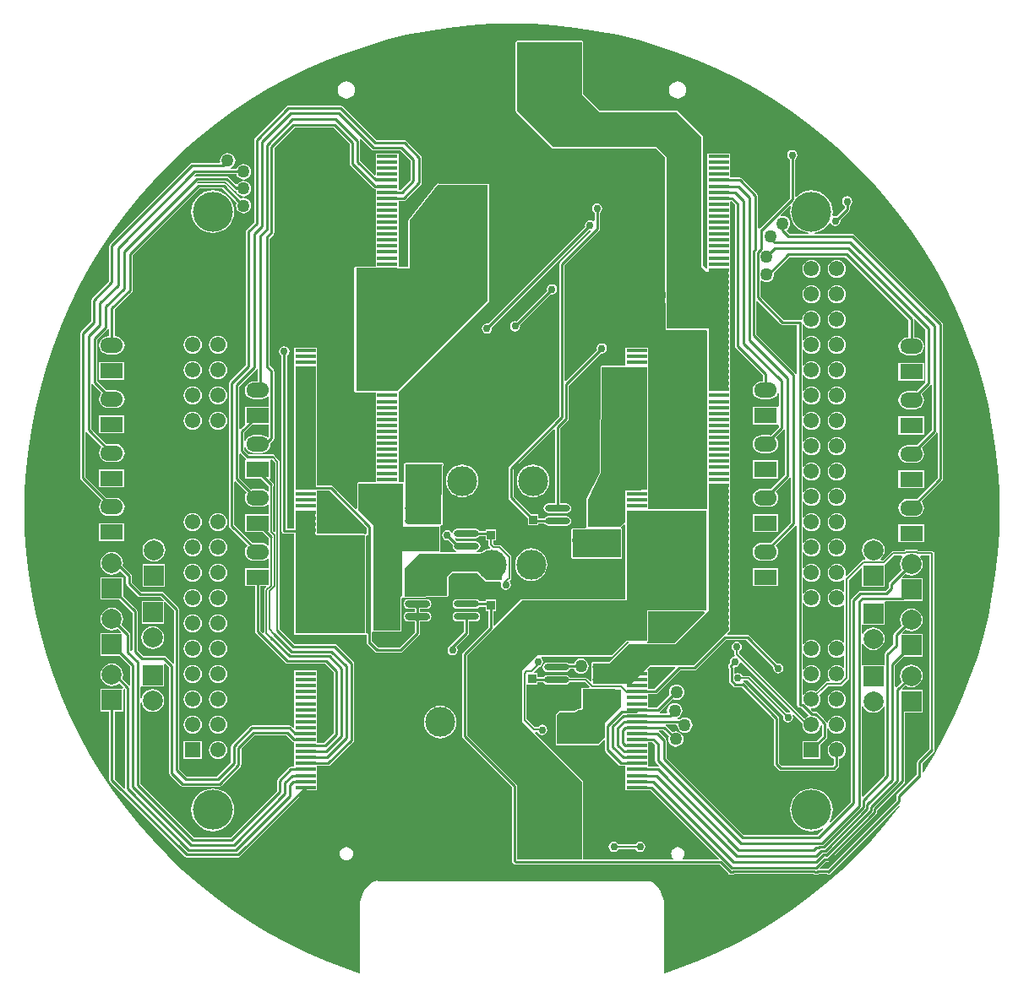
<source format=gbl>
G04 Layer_Physical_Order=2*
G04 Layer_Color=11436288*
%FSLAX24Y24*%
%MOIN*%
G70*
G01*
G75*
%ADD10R,0.0807X0.0138*%
%ADD12O,0.0984X0.0276*%
%ADD13R,0.0320X0.0350*%
%ADD14C,0.0100*%
%ADD15C,0.0079*%
%ADD25C,0.2362*%
%ADD26C,0.0787*%
%ADD27R,0.0787X0.0787*%
%ADD28O,0.0900X0.0600*%
%ADD29R,0.0900X0.0600*%
%ADD30C,0.1575*%
%ADD31C,0.0610*%
%ADD32R,0.0610X0.0610*%
%ADD33C,0.1181*%
%ADD34C,0.0295*%
%ADD35C,0.0500*%
%ADD36C,0.0059*%
%ADD37R,0.2717X0.3878*%
%ADD38R,0.1575X0.1654*%
%ADD39R,0.3140X0.3917*%
%ADD40R,0.1644X0.4862*%
G36*
X28937Y20079D02*
Y18504D01*
X28150D01*
X27559Y17913D01*
X24606D01*
X24016Y17323D01*
Y15276D01*
X26378Y12913D01*
Y9843D01*
X23819D01*
Y12795D01*
X21850Y14764D01*
Y17913D01*
X22835Y18898D01*
X24016Y20079D01*
Y20078D01*
X27205Y20079D01*
X28150D01*
Y23622D01*
X28937D01*
Y20079D01*
D02*
G37*
G36*
X32165Y28346D02*
X31378D01*
Y33189D01*
X32165D01*
Y28346D01*
D02*
G37*
G36*
X32417Y35705D02*
Y30118D01*
X32418Y30110D01*
X32424Y30079D01*
X32447Y30045D01*
X33519Y28973D01*
Y28736D01*
X33472D01*
X33380Y28724D01*
X33295Y28688D01*
X33222Y28632D01*
X33165Y28559D01*
X33130Y28473D01*
X33118Y28382D01*
X33130Y28290D01*
X33165Y28204D01*
X33222Y28131D01*
X33295Y28075D01*
X33380Y28039D01*
X33472Y28027D01*
X33772D01*
X33864Y28039D01*
X33949Y28075D01*
X34023Y28131D01*
X34079Y28204D01*
X34099Y28253D01*
X34149Y28243D01*
Y27772D01*
X34123Y27733D01*
X34099Y27733D01*
X33121D01*
Y27030D01*
X34099D01*
X34123Y27030D01*
X34149Y26991D01*
X34149Y26991D01*
Y26928D01*
X33824Y26603D01*
X33772Y26610D01*
X33472D01*
X33380Y26598D01*
X33295Y26562D01*
X33222Y26506D01*
X33165Y26433D01*
X33130Y26347D01*
X33118Y26256D01*
X33130Y26164D01*
X33165Y26078D01*
X33222Y26005D01*
X33295Y25949D01*
X33380Y25913D01*
X33472Y25901D01*
X33772D01*
X33864Y25913D01*
X33949Y25949D01*
X34023Y26005D01*
X34079Y26078D01*
X34114Y26164D01*
X34126Y26256D01*
X34114Y26347D01*
X34079Y26433D01*
X34023Y26506D01*
X34022Y26510D01*
X34325Y26813D01*
X34335Y26828D01*
X34385Y26813D01*
Y25038D01*
X33824Y24477D01*
X33772Y24484D01*
X33472D01*
X33380Y24472D01*
X33295Y24436D01*
X33222Y24380D01*
X33165Y24307D01*
X33130Y24221D01*
X33118Y24130D01*
X33130Y24038D01*
X33165Y23952D01*
X33222Y23879D01*
X33295Y23823D01*
X33380Y23787D01*
X33472Y23775D01*
X33772D01*
X33864Y23787D01*
X33949Y23823D01*
X34023Y23879D01*
X34079Y23952D01*
X34114Y24038D01*
X34126Y24130D01*
X34114Y24221D01*
X34079Y24307D01*
X34023Y24380D01*
X34022Y24384D01*
X34561Y24923D01*
X34571Y24938D01*
X34621Y24923D01*
Y23149D01*
X33824Y22351D01*
X33772Y22358D01*
X33472D01*
X33380Y22346D01*
X33295Y22310D01*
X33222Y22254D01*
X33165Y22181D01*
X33130Y22095D01*
X33118Y22004D01*
X33130Y21912D01*
X33165Y21827D01*
X33222Y21753D01*
X33295Y21697D01*
X33380Y21661D01*
X33472Y21649D01*
X33772D01*
X33864Y21661D01*
X33949Y21697D01*
X34023Y21753D01*
X34079Y21827D01*
X34114Y21912D01*
X34126Y22004D01*
X34114Y22095D01*
X34079Y22181D01*
X34023Y22254D01*
X34022Y22258D01*
X34797Y23033D01*
X34817Y23063D01*
X34821Y23063D01*
X34867Y23033D01*
Y15960D01*
X34875Y15920D01*
X34898Y15887D01*
X34931Y15864D01*
X34970Y15856D01*
X35029D01*
X35320Y15566D01*
X35308Y15507D01*
X35253Y15484D01*
X35179Y15427D01*
X35139Y15425D01*
X32582Y17981D01*
Y18080D01*
X32634Y18115D01*
X32677Y18180D01*
X32693Y18258D01*
X32677Y18335D01*
X32634Y18401D01*
X32568Y18445D01*
X32490Y18461D01*
X32413Y18445D01*
X32347Y18401D01*
X32303Y18335D01*
X32287Y18258D01*
X32303Y18180D01*
X32347Y18115D01*
X32398Y18080D01*
Y17943D01*
X32398Y17943D01*
X32405Y17909D01*
X32405Y17907D01*
X32380Y17854D01*
X32334Y17845D01*
X32268Y17801D01*
X32224Y17735D01*
X32209Y17657D01*
X32218Y17610D01*
X32192Y17584D01*
X32192Y17584D01*
X32192Y17584D01*
X32181Y17568D01*
X32169Y17550D01*
X32169Y17550D01*
X32169Y17550D01*
X32166Y17536D01*
X32161Y17511D01*
X32161Y17511D01*
X32161Y17511D01*
Y17438D01*
X32169Y17398D01*
X32173Y17392D01*
Y16912D01*
X32181Y16872D01*
X32203Y16839D01*
X32355Y16687D01*
X32389Y16665D01*
X32428Y16657D01*
X32686D01*
X33952Y15390D01*
Y13612D01*
X33960Y13573D01*
X33982Y13539D01*
X34140Y13382D01*
X34173Y13359D01*
X34213Y13352D01*
X36309D01*
X36349Y13359D01*
X36382Y13382D01*
X36506Y13506D01*
X36528Y13539D01*
X36536Y13579D01*
Y13830D01*
X36613Y13862D01*
X36687Y13919D01*
X36744Y13994D01*
X36780Y14080D01*
X36792Y14173D01*
X36780Y14266D01*
X36744Y14353D01*
X36687Y14427D01*
X36613Y14484D01*
X36526Y14520D01*
X36433Y14533D01*
X36340Y14520D01*
X36253Y14484D01*
X36179Y14427D01*
X36122Y14353D01*
X36086Y14266D01*
X36074Y14173D01*
X36086Y14080D01*
X36122Y13994D01*
X36179Y13919D01*
X36253Y13862D01*
X36330Y13830D01*
Y13621D01*
X36266Y13558D01*
X34255D01*
X34158Y13655D01*
Y15433D01*
X34150Y15473D01*
X34128Y15506D01*
X32789Y16845D01*
X32789Y16845D01*
X32756Y16867D01*
X32764Y16916D01*
X32924D01*
X34317Y15523D01*
X34305Y15463D01*
X34321Y15385D01*
X34365Y15319D01*
X34430Y15275D01*
X34508Y15260D01*
X34585Y15275D01*
X34651Y15319D01*
X34695Y15385D01*
X34711Y15463D01*
X34696Y15536D01*
X34698Y15539D01*
X34753Y15550D01*
X35080Y15222D01*
X35074Y15173D01*
X35086Y15080D01*
X35122Y14994D01*
X35179Y14919D01*
X35253Y14862D01*
X35340Y14826D01*
X35433Y14814D01*
X35526Y14826D01*
X35613Y14862D01*
X35687Y14919D01*
X35744Y14994D01*
X35780Y15080D01*
X35785Y15114D01*
X35838Y15139D01*
X35852Y15131D01*
Y14738D01*
X35643Y14530D01*
X35077D01*
Y13817D01*
X35789D01*
Y14384D01*
X36028Y14622D01*
X36040Y14641D01*
X36050Y14655D01*
Y14655D01*
X36050Y14655D01*
X36054Y14675D01*
X36058Y14695D01*
Y15017D01*
X36108Y15027D01*
X36122Y14994D01*
X36179Y14919D01*
X36253Y14862D01*
X36340Y14826D01*
X36433Y14814D01*
X36526Y14826D01*
X36613Y14862D01*
X36687Y14919D01*
X36744Y14994D01*
X36780Y15080D01*
X36792Y15173D01*
X36780Y15266D01*
X36744Y15353D01*
X36687Y15427D01*
X36613Y15484D01*
X36526Y15520D01*
X36433Y15533D01*
X36340Y15520D01*
X36253Y15484D01*
X36179Y15427D01*
X36122Y15353D01*
X36091Y15278D01*
X36055Y15268D01*
X36036Y15270D01*
X36028Y15282D01*
X35936Y15374D01*
X35935Y15381D01*
X35912Y15414D01*
X35674Y15652D01*
X35641Y15675D01*
X35601Y15683D01*
X35495D01*
X35408Y15769D01*
X35423Y15799D01*
X35434Y15814D01*
X35526Y15826D01*
X35613Y15862D01*
X35687Y15919D01*
X35744Y15994D01*
X35780Y16080D01*
X35792Y16173D01*
X35780Y16266D01*
X35744Y16353D01*
X35744Y16353D01*
X36087Y16697D01*
X36227D01*
X36234Y16692D01*
X36269Y16685D01*
X36269Y16685D01*
X36597D01*
X36597Y16685D01*
X36632Y16692D01*
X36662Y16712D01*
X36894Y16944D01*
X36894Y16944D01*
X36914Y16974D01*
X36921Y17009D01*
X36921Y17009D01*
Y17337D01*
X36921Y17337D01*
X36914Y17372D01*
X36909Y17380D01*
Y17967D01*
X36914Y17974D01*
X36921Y18009D01*
X36921Y18009D01*
Y18337D01*
X36921Y18337D01*
X36914Y18372D01*
X36909Y18380D01*
Y18967D01*
X36914Y18974D01*
X36921Y19009D01*
X36921Y19009D01*
Y19337D01*
X36921Y19337D01*
X36914Y19372D01*
X36909Y19380D01*
Y19967D01*
X36914Y19974D01*
X36921Y20009D01*
X36921Y20009D01*
Y20337D01*
X36921Y20337D01*
X36914Y20372D01*
X36909Y20380D01*
Y20883D01*
X37383Y21357D01*
X37429Y21338D01*
Y20618D01*
X38319D01*
Y21495D01*
X38347Y21513D01*
X38680Y21847D01*
X39003D01*
X39028Y21797D01*
X38981Y21736D01*
X38937Y21628D01*
X38921Y21512D01*
X38937Y21396D01*
X38981Y21287D01*
X38989Y21277D01*
X38510Y20797D01*
X38499Y20781D01*
X38487Y20764D01*
Y20764D01*
X38487Y20764D01*
X38481Y20734D01*
X38480Y20724D01*
Y20594D01*
X38343Y20457D01*
X37362D01*
X37362D01*
X37362D01*
X37336Y20452D01*
X37323Y20450D01*
X37323Y20450D01*
X37323D01*
X37289Y20427D01*
X37014Y20152D01*
X36998Y20128D01*
X36991Y20118D01*
Y20118D01*
X36991Y20118D01*
X36987Y20094D01*
X36983Y20079D01*
Y12129D01*
X36183Y11329D01*
X36142Y11359D01*
X36212Y11489D01*
X36260Y11647D01*
X36276Y11811D01*
X36260Y11975D01*
X36212Y12133D01*
X36134Y12279D01*
X36029Y12407D01*
X35901Y12512D01*
X35756Y12590D01*
X35597Y12637D01*
X35433Y12654D01*
X35269Y12637D01*
X35111Y12590D01*
X34965Y12512D01*
X34837Y12407D01*
X34732Y12279D01*
X34655Y12133D01*
X34607Y11975D01*
X34590Y11811D01*
X34607Y11647D01*
X34655Y11489D01*
X34732Y11343D01*
X34837Y11215D01*
X34965Y11110D01*
X35111Y11033D01*
X35269Y10985D01*
X35433Y10968D01*
X35597Y10985D01*
X35756Y11033D01*
X35885Y11102D01*
X35915Y11061D01*
X35666Y10812D01*
X32759D01*
X29709Y13862D01*
Y14567D01*
X29702Y14602D01*
X29702Y14606D01*
X29702Y14606D01*
X29690Y14623D01*
X29679Y14640D01*
X29423Y14896D01*
X29423Y14896D01*
X29423Y14896D01*
X29408Y14906D01*
X29407Y14909D01*
X29423Y14956D01*
X29583D01*
X29806Y14734D01*
X29785Y14685D01*
X29775Y14606D01*
X29785Y14528D01*
X29816Y14454D01*
X29864Y14391D01*
X29927Y14343D01*
X30000Y14313D01*
X30079Y14303D01*
X30157Y14313D01*
X30231Y14343D01*
X30294Y14391D01*
X30342Y14454D01*
X30372Y14528D01*
X30383Y14606D01*
X30372Y14685D01*
X30342Y14758D01*
X30294Y14821D01*
X30231Y14869D01*
X30157Y14900D01*
X30079Y14910D01*
X30000Y14900D01*
X29951Y14880D01*
X29699Y15132D01*
X29684Y15142D01*
X29699Y15192D01*
X30099D01*
X30129Y15157D01*
X30140Y15079D01*
X30170Y15006D01*
X30218Y14943D01*
X30281Y14894D01*
X30354Y14864D01*
X30433Y14854D01*
X30512Y14864D01*
X30585Y14894D01*
X30648Y14943D01*
X30696Y15006D01*
X30727Y15079D01*
X30737Y15157D01*
X30727Y15236D01*
X30696Y15309D01*
X30648Y15372D01*
X30585Y15421D01*
X30512Y15451D01*
X30433Y15461D01*
X30354Y15451D01*
X30281Y15421D01*
X30252Y15398D01*
X30161D01*
X30151Y15448D01*
X30191Y15465D01*
X30254Y15514D01*
X30302Y15576D01*
X30333Y15650D01*
X30343Y15728D01*
X30333Y15807D01*
X30302Y15880D01*
X30254Y15943D01*
X30191Y15991D01*
X30118Y16022D01*
X30039Y16032D01*
X29961Y16022D01*
X29887Y15991D01*
X29825Y15943D01*
X29776Y15880D01*
X29746Y15807D01*
X29736Y15728D01*
X29741Y15685D01*
X29701Y15635D01*
X29463D01*
X29448Y15685D01*
X29463Y15695D01*
X29964Y16196D01*
X29966Y16194D01*
X30040Y16163D01*
X30118Y16153D01*
X30197Y16163D01*
X30270Y16194D01*
X30333Y16242D01*
X30381Y16305D01*
X30412Y16378D01*
X30422Y16457D01*
X30412Y16535D01*
X30381Y16609D01*
X30333Y16672D01*
X30270Y16720D01*
X30197Y16750D01*
X30118Y16760D01*
X30040Y16750D01*
X29966Y16720D01*
X29903Y16672D01*
X29855Y16609D01*
X29825Y16535D01*
X29814Y16457D01*
X29825Y16378D01*
X29833Y16357D01*
X29347Y15871D01*
X28998D01*
Y15884D01*
Y16120D01*
Y16356D01*
Y16373D01*
X29272D01*
X29311Y16381D01*
X29345Y16403D01*
X30257Y17315D01*
X30829D01*
X30869Y17323D01*
X30902Y17346D01*
X32076Y18519D01*
X32861D01*
X33931Y17449D01*
X33921Y17402D01*
X33937Y17324D01*
X33981Y17258D01*
X34046Y17214D01*
X34124Y17199D01*
X34202Y17214D01*
X34267Y17258D01*
X34311Y17324D01*
X34327Y17402D01*
X34311Y17479D01*
X34267Y17545D01*
X34202Y17589D01*
X34124Y17604D01*
X34077Y17595D01*
X32976Y18695D01*
X32943Y18717D01*
X32904Y18725D01*
X32137D01*
X32117Y18771D01*
X32190Y18844D01*
X32226D01*
Y19080D01*
Y19317D01*
Y19553D01*
Y19789D01*
Y20025D01*
Y20261D01*
Y20497D01*
Y20733D01*
Y20969D01*
Y21206D01*
Y21442D01*
Y21678D01*
Y21914D01*
Y22150D01*
Y22386D01*
Y22622D01*
Y22859D01*
Y23095D01*
Y23331D01*
Y23567D01*
Y23803D01*
Y24039D01*
Y24275D01*
Y24511D01*
Y24747D01*
Y24984D01*
Y25220D01*
Y25456D01*
Y25692D01*
Y25928D01*
Y26164D01*
Y26400D01*
Y26636D01*
Y26873D01*
Y27109D01*
Y27345D01*
Y27581D01*
Y27817D01*
Y28053D01*
Y28289D01*
Y28525D01*
Y28762D01*
Y28998D01*
Y29234D01*
Y29470D01*
Y29706D01*
Y29941D01*
Y30177D01*
Y30414D01*
Y30650D01*
Y30886D01*
Y31122D01*
Y31358D01*
Y31594D01*
Y31830D01*
Y32066D01*
Y32303D01*
Y32539D01*
Y32775D01*
Y33011D01*
Y33247D01*
Y33483D01*
Y33719D01*
Y33955D01*
Y34192D01*
Y34428D01*
Y34664D01*
Y34900D01*
Y35136D01*
Y35372D01*
Y35608D01*
Y35825D01*
X32274Y35845D01*
X32276Y35845D01*
X32417Y35705D01*
D02*
G37*
G36*
X26378Y40118D02*
Y40039D01*
X27047Y39370D01*
X30118D01*
X31102Y38386D01*
Y33268D01*
X31299Y33071D01*
X31378D01*
X31378Y30827D01*
X29734Y30817D01*
X29724Y32480D01*
X29724Y37598D01*
X29331Y37992D01*
X25236Y37992D01*
X23819Y39409D01*
Y42126D01*
X26378D01*
Y40118D01*
D02*
G37*
G36*
X31218Y19603D02*
X30016Y18402D01*
X28945D01*
X28937Y18449D01*
X28976Y18465D01*
X28992Y18504D01*
Y18726D01*
X28998D01*
Y18962D01*
Y19198D01*
Y19435D01*
Y19649D01*
X31199D01*
X31218Y19603D01*
D02*
G37*
G36*
X34218Y30990D02*
X34238Y30977D01*
X34252Y30968D01*
X34291Y30960D01*
X34867D01*
Y29049D01*
X34821Y29019D01*
X34817Y29019D01*
X34797Y29049D01*
X33262Y30584D01*
Y31881D01*
X33308Y31900D01*
X34218Y30990D01*
D02*
G37*
G36*
X37485Y15862D02*
X37557Y15769D01*
X37650Y15698D01*
X37758Y15653D01*
X37874Y15638D01*
X37990Y15653D01*
X38098Y15698D01*
X38191Y15769D01*
X38263Y15862D01*
X38272Y15885D01*
X38322Y15875D01*
Y13182D01*
X37472Y12333D01*
X37426Y12352D01*
Y15875D01*
X37476Y15885D01*
X37485Y15862D01*
D02*
G37*
G36*
X29267Y14367D02*
Y13740D01*
X29275Y13701D01*
X29297Y13667D01*
X29408Y13556D01*
X29394Y13520D01*
X29385Y13509D01*
X28998D01*
Y13522D01*
Y13758D01*
Y13994D01*
Y14230D01*
Y14467D01*
Y14483D01*
X29150D01*
X29267Y14367D01*
D02*
G37*
G36*
X27913Y16555D02*
X27923Y15896D01*
X27274Y15246D01*
Y14665D01*
X27028Y14419D01*
X25394D01*
Y15551D01*
X25512Y15669D01*
X26270D01*
X26407Y15807D01*
Y16575D01*
X26752D01*
X27913Y16555D01*
D02*
G37*
G36*
X28937Y24449D02*
X28465Y24409D01*
X28071D01*
Y23189D01*
X27874Y22992D01*
X26614D01*
Y24055D01*
X27126Y25118D01*
X27165Y29291D01*
X28937D01*
Y24449D01*
D02*
G37*
G36*
X34595Y15708D02*
X34584Y15653D01*
X34581Y15651D01*
X34508Y15665D01*
X34448Y15653D01*
X33027Y17074D01*
X33027Y17074D01*
X32997Y17094D01*
X32962Y17101D01*
X32962Y17101D01*
X32709D01*
X32674Y17152D01*
X32609Y17196D01*
X32531Y17211D01*
X32454Y17196D01*
X32430Y17180D01*
X32380Y17207D01*
Y17410D01*
X32411Y17455D01*
X32489Y17470D01*
X32555Y17514D01*
X32599Y17580D01*
X32608Y17624D01*
X32662Y17641D01*
X34595Y15708D01*
D02*
G37*
G36*
X40095Y14227D02*
X39630Y13762D01*
X39607Y13728D01*
X39599Y13689D01*
Y13216D01*
X39588Y13208D01*
X38820Y12441D01*
X38798Y12407D01*
X38790Y12368D01*
Y12192D01*
X36078Y9480D01*
X35773D01*
X35754Y9526D01*
X35993Y9765D01*
X36077D01*
X36117Y9772D01*
X36150Y9795D01*
X38001Y11645D01*
X38023Y11679D01*
X38031Y11718D01*
Y11802D01*
X39096Y12867D01*
X39118Y12901D01*
X39125Y12933D01*
X39126Y12940D01*
Y15657D01*
X39815D01*
Y16547D01*
X39026D01*
X39007Y16593D01*
X39135Y16722D01*
X39146Y16714D01*
X39254Y16669D01*
X39370Y16654D01*
X39486Y16669D01*
X39594Y16714D01*
X39687Y16785D01*
X39759Y16878D01*
X39804Y16986D01*
X39819Y17102D01*
X39804Y17219D01*
X39759Y17327D01*
X39687Y17420D01*
X39594Y17491D01*
X39486Y17536D01*
X39370Y17551D01*
X39254Y17536D01*
X39146Y17491D01*
X39053Y17420D01*
X38981Y17327D01*
X38937Y17219D01*
X38921Y17102D01*
X38937Y16986D01*
X38981Y16878D01*
X38989Y16868D01*
X38775Y16653D01*
X38725Y16674D01*
Y17516D01*
X39071Y17862D01*
X39815D01*
Y18752D01*
X39026D01*
X39007Y18798D01*
X39135Y18926D01*
X39146Y18918D01*
X39254Y18874D01*
X39370Y18858D01*
X39486Y18874D01*
X39594Y18918D01*
X39687Y18990D01*
X39759Y19083D01*
X39804Y19191D01*
X39819Y19307D01*
X39804Y19423D01*
X39759Y19531D01*
X39687Y19624D01*
X39594Y19696D01*
X39486Y19741D01*
X39370Y19756D01*
X39254Y19741D01*
X39146Y19696D01*
X39053Y19624D01*
X38981Y19531D01*
X38937Y19423D01*
X38921Y19307D01*
X38937Y19191D01*
X38981Y19083D01*
X38989Y19072D01*
X38699Y18782D01*
X38676Y18748D01*
X38668Y18709D01*
Y18342D01*
X38352Y18026D01*
X38330Y17992D01*
X38322Y17953D01*
Y17580D01*
X38319Y17531D01*
X38272Y17531D01*
X37476D01*
X37429Y17531D01*
X37426Y17580D01*
Y18355D01*
X37476Y18365D01*
X37485Y18343D01*
X37557Y18250D01*
X37650Y18178D01*
X37758Y18133D01*
X37874Y18118D01*
X37990Y18133D01*
X38098Y18178D01*
X38191Y18250D01*
X38263Y18343D01*
X38307Y18451D01*
X38323Y18567D01*
X38307Y18683D01*
X38263Y18791D01*
X38191Y18884D01*
X38098Y18956D01*
X37990Y19000D01*
X37874Y19016D01*
X37758Y19000D01*
X37650Y18956D01*
X37557Y18884D01*
X37485Y18791D01*
X37476Y18769D01*
X37426Y18779D01*
Y19073D01*
X37429Y19122D01*
X38319D01*
Y20012D01*
X38319Y20012D01*
X38319D01*
X38319Y20012D01*
X38337Y20054D01*
X39016D01*
X39055Y20062D01*
X39062Y20067D01*
X39815D01*
Y20957D01*
X39026D01*
X39007Y21003D01*
X39135Y21131D01*
X39146Y21123D01*
X39254Y21078D01*
X39370Y21063D01*
X39486Y21078D01*
X39594Y21123D01*
X39687Y21195D01*
X39759Y21287D01*
X39804Y21396D01*
X39819Y21512D01*
X39804Y21628D01*
X39759Y21736D01*
X39712Y21797D01*
X39737Y21847D01*
X40095D01*
Y14227D01*
D02*
G37*
G36*
X27913Y21801D02*
X27904Y21791D01*
X26004D01*
Y22864D01*
X26014Y22874D01*
X27904D01*
X27913Y21801D01*
D02*
G37*
G36*
X28228Y18402D02*
X28201Y18390D01*
X28189Y18386D01*
X27457Y17654D01*
X26811D01*
X26772Y17638D01*
X26756Y17598D01*
Y16895D01*
X26709Y16875D01*
X26584Y17001D01*
X26557Y17019D01*
X26526Y17025D01*
X25901D01*
X25865Y17079D01*
X25802Y17121D01*
X25728Y17136D01*
X25020D01*
X24946Y17121D01*
X24883Y17079D01*
X24861Y17046D01*
X24621D01*
Y17219D01*
X24511D01*
X24492Y17265D01*
X24694Y17467D01*
X24715Y17471D01*
X24780Y17515D01*
X24824Y17581D01*
X24840Y17658D01*
X24824Y17736D01*
X24780Y17802D01*
X24771Y17808D01*
X24786Y17858D01*
X27559D01*
X27598Y17874D01*
X28173Y18449D01*
X28220D01*
X28228Y18402D01*
D02*
G37*
G36*
X32165Y18898D02*
X30787Y17520D01*
X29055D01*
X28307Y16772D01*
X26811D01*
Y17598D01*
X27480D01*
X28228Y18346D01*
X30039D01*
X31378Y19685D01*
Y24685D01*
X32165D01*
Y18898D01*
D02*
G37*
G36*
X34622Y35647D02*
X34607Y35597D01*
X34590Y35433D01*
X34607Y35269D01*
X34655Y35111D01*
X34732Y34965D01*
X34837Y34837D01*
X34965Y34732D01*
X35111Y34655D01*
X35269Y34607D01*
X35316Y34602D01*
X35313Y34552D01*
X34570D01*
X34466Y34656D01*
X34473Y34720D01*
X34506Y34746D01*
X34554Y34809D01*
X34585Y34882D01*
X34595Y34961D01*
X34585Y35039D01*
X34554Y35113D01*
X34506Y35175D01*
X34443Y35224D01*
X34370Y35254D01*
X34291Y35264D01*
X34233Y35257D01*
X34210Y35304D01*
X34579Y35673D01*
X34622Y35647D01*
D02*
G37*
G36*
X26672Y16680D02*
X26651Y16630D01*
X26407D01*
X26368Y16614D01*
X26352Y16575D01*
Y15831D01*
X26331Y15829D01*
X26210Y15793D01*
X26098Y15733D01*
X26088Y15725D01*
X25512D01*
X25473Y15708D01*
X25355Y15590D01*
X25338Y15551D01*
Y14419D01*
X25355Y14380D01*
X25394Y14364D01*
X27028D01*
X27067Y14380D01*
X27252Y14566D01*
X27298Y14546D01*
Y14173D01*
Y14173D01*
Y14173D01*
X27301Y14160D01*
X27306Y14134D01*
X27317Y14117D01*
X27329Y14100D01*
X27860Y13569D01*
X27877Y13558D01*
X27894Y13546D01*
X27894D01*
X27894Y13546D01*
X27905Y13544D01*
X27933Y13539D01*
X28089D01*
Y13522D01*
Y13285D01*
Y13049D01*
Y12813D01*
Y12577D01*
X28998D01*
Y12594D01*
X29071D01*
X31774Y9891D01*
X31755Y9844D01*
X30358D01*
X30341Y9894D01*
X30341Y9895D01*
X30383Y9949D01*
X30409Y10011D01*
X30418Y10079D01*
X30409Y10146D01*
X30383Y10209D01*
X30341Y10263D01*
X30288Y10304D01*
X30225Y10330D01*
X30157Y10339D01*
X30090Y10330D01*
X30027Y10304D01*
X29974Y10263D01*
X29932Y10209D01*
X29906Y10146D01*
X29897Y10079D01*
X29906Y10011D01*
X29932Y9949D01*
X29974Y9895D01*
X29974Y9894D01*
X29957Y9844D01*
X26433D01*
Y12913D01*
X26422Y12941D01*
X26417Y12953D01*
X24532Y14838D01*
X24552Y14888D01*
X24629D01*
X24670Y14827D01*
X24735Y14783D01*
X24813Y14768D01*
X24891Y14783D01*
X24956Y14827D01*
X25000Y14893D01*
X25016Y14970D01*
X25000Y15048D01*
X24956Y15114D01*
X24891Y15158D01*
X24813Y15173D01*
X24735Y15158D01*
X24670Y15114D01*
X24642Y15073D01*
X24536D01*
X24202Y15407D01*
Y16767D01*
X24621D01*
Y16840D01*
X24861D01*
X24883Y16807D01*
X24946Y16765D01*
X25020Y16750D01*
X25728D01*
X25802Y16765D01*
X25865Y16807D01*
X25901Y16861D01*
X26492D01*
X26672Y16680D01*
D02*
G37*
G36*
X30067Y17418D02*
X29229Y16580D01*
X28998D01*
Y16593D01*
Y16829D01*
Y17065D01*
Y17305D01*
X28984D01*
X28965Y17351D01*
X29078Y17464D01*
X30048D01*
X30067Y17418D01*
D02*
G37*
G36*
X24461Y42843D02*
X25299Y42789D01*
X26133Y42697D01*
X26963Y42569D01*
X27786Y42406D01*
X28602Y42206D01*
X29408Y41971D01*
X30202Y41701D01*
X30985Y41397D01*
X31753Y41059D01*
X32506Y40688D01*
X33242Y40284D01*
X33960Y39849D01*
X34658Y39382D01*
X35334Y38886D01*
X35989Y38361D01*
X36620Y37807D01*
X37227Y37227D01*
X37807Y36620D01*
X38361Y35989D01*
X38886Y35334D01*
X39382Y34658D01*
X39849Y33960D01*
X40284Y33242D01*
X40688Y32506D01*
X41059Y31753D01*
X41397Y30985D01*
X41701Y30202D01*
X41971Y29408D01*
X42206Y28602D01*
X42406Y27786D01*
X42569Y26963D01*
X42697Y26133D01*
X42789Y25299D01*
X42843Y24461D01*
X42862Y23630D01*
X42860Y23622D01*
X42862Y23614D01*
X42843Y22783D01*
X42789Y21945D01*
X42697Y21111D01*
X42569Y20281D01*
X42406Y19458D01*
X42206Y18642D01*
X41971Y17837D01*
X41701Y17042D01*
X41397Y16259D01*
X41059Y15491D01*
X40688Y14738D01*
X40284Y14002D01*
X39856Y13296D01*
X39806Y13310D01*
Y13646D01*
X40260Y14100D01*
X40282Y14134D01*
X40290Y14173D01*
X40282Y14213D01*
X40279Y14217D01*
Y21939D01*
X40272Y21974D01*
X40252Y22004D01*
X40222Y22024D01*
X40187Y22031D01*
X39666D01*
X39636Y22061D01*
X39606Y22081D01*
X39571Y22088D01*
X39571Y22088D01*
X39169D01*
X39134Y22081D01*
X39104Y22061D01*
X39104Y22061D01*
X39074Y22031D01*
X38642D01*
X38642Y22031D01*
X38606Y22024D01*
X38576Y22004D01*
X38243Y21671D01*
X38176D01*
X38159Y21721D01*
X38191Y21746D01*
X38263Y21839D01*
X38307Y21947D01*
X38323Y22063D01*
X38307Y22179D01*
X38263Y22287D01*
X38191Y22380D01*
X38098Y22452D01*
X37990Y22496D01*
X37874Y22512D01*
X37758Y22496D01*
X37650Y22452D01*
X37557Y22380D01*
X37485Y22287D01*
X37441Y22179D01*
X37425Y22063D01*
X37441Y21947D01*
X37485Y21839D01*
X37556Y21747D01*
X37553Y21728D01*
X37543Y21697D01*
X37500D01*
X37500Y21697D01*
X37465Y21690D01*
X37435Y21670D01*
X36826Y21061D01*
X36794Y21075D01*
X36781Y21087D01*
X36792Y21173D01*
X36780Y21266D01*
X36744Y21353D01*
X36687Y21427D01*
X36613Y21484D01*
X36526Y21520D01*
X36433Y21533D01*
X36340Y21520D01*
X36253Y21484D01*
X36179Y21427D01*
X36122Y21353D01*
X36086Y21266D01*
X36074Y21173D01*
X36086Y21080D01*
X36122Y20994D01*
X36179Y20919D01*
X36253Y20862D01*
X36340Y20826D01*
X36433Y20814D01*
X36526Y20826D01*
X36613Y20862D01*
X36675Y20909D01*
X36716Y20895D01*
X36725Y20887D01*
Y20455D01*
X36675Y20437D01*
X36613Y20484D01*
X36526Y20520D01*
X36433Y20533D01*
X36340Y20520D01*
X36253Y20484D01*
X36179Y20427D01*
X36122Y20353D01*
X36086Y20266D01*
X36074Y20173D01*
X36086Y20080D01*
X36122Y19994D01*
X36179Y19919D01*
X36253Y19862D01*
X36340Y19826D01*
X36433Y19814D01*
X36526Y19826D01*
X36613Y19862D01*
X36675Y19909D01*
X36725Y19891D01*
Y19349D01*
X36725Y19349D01*
X36732Y19314D01*
X36736Y19306D01*
Y19040D01*
X36732Y19033D01*
X36725Y18997D01*
X36725Y18997D01*
Y18455D01*
X36675Y18437D01*
X36613Y18484D01*
X36526Y18520D01*
X36433Y18533D01*
X36340Y18520D01*
X36253Y18484D01*
X36179Y18427D01*
X36122Y18353D01*
X36086Y18266D01*
X36074Y18173D01*
X36086Y18080D01*
X36122Y17994D01*
X36179Y17919D01*
X36253Y17862D01*
X36340Y17826D01*
X36433Y17814D01*
X36526Y17826D01*
X36613Y17862D01*
X36675Y17909D01*
X36725Y17891D01*
Y17455D01*
X36675Y17437D01*
X36613Y17484D01*
X36526Y17520D01*
X36433Y17533D01*
X36340Y17520D01*
X36253Y17484D01*
X36179Y17427D01*
X36122Y17353D01*
X36086Y17266D01*
X36074Y17173D01*
X36086Y17080D01*
X36122Y16994D01*
X36169Y16932D01*
X36151Y16882D01*
X36049D01*
X36049Y16882D01*
X36014Y16875D01*
X36002Y16867D01*
X35984Y16855D01*
X35984Y16855D01*
X35613Y16484D01*
X35613Y16484D01*
X35526Y16520D01*
X35433Y16533D01*
X35340Y16520D01*
X35253Y16484D01*
X35179Y16427D01*
X35124Y16355D01*
X35119Y16355D01*
X35074Y16374D01*
Y16973D01*
X35119Y16992D01*
X35124Y16991D01*
X35179Y16919D01*
X35253Y16862D01*
X35340Y16826D01*
X35433Y16814D01*
X35526Y16826D01*
X35613Y16862D01*
X35687Y16919D01*
X35744Y16994D01*
X35780Y17080D01*
X35792Y17173D01*
X35780Y17266D01*
X35744Y17353D01*
X35687Y17427D01*
X35613Y17484D01*
X35526Y17520D01*
X35433Y17533D01*
X35340Y17520D01*
X35253Y17484D01*
X35179Y17427D01*
X35124Y17355D01*
X35119Y17355D01*
X35074Y17374D01*
Y17973D01*
X35119Y17992D01*
X35124Y17991D01*
X35179Y17919D01*
X35253Y17862D01*
X35340Y17826D01*
X35433Y17814D01*
X35526Y17826D01*
X35613Y17862D01*
X35687Y17919D01*
X35744Y17994D01*
X35780Y18080D01*
X35792Y18173D01*
X35780Y18266D01*
X35744Y18353D01*
X35687Y18427D01*
X35613Y18484D01*
X35526Y18520D01*
X35433Y18533D01*
X35340Y18520D01*
X35253Y18484D01*
X35179Y18427D01*
X35124Y18355D01*
X35119Y18355D01*
X35074Y18374D01*
Y19973D01*
X35119Y19992D01*
X35124Y19991D01*
X35179Y19919D01*
X35253Y19862D01*
X35340Y19826D01*
X35433Y19814D01*
X35526Y19826D01*
X35613Y19862D01*
X35687Y19919D01*
X35744Y19994D01*
X35780Y20080D01*
X35792Y20173D01*
X35780Y20266D01*
X35744Y20353D01*
X35687Y20427D01*
X35613Y20484D01*
X35526Y20520D01*
X35433Y20533D01*
X35340Y20520D01*
X35253Y20484D01*
X35179Y20427D01*
X35124Y20355D01*
X35119Y20355D01*
X35074Y20374D01*
Y20973D01*
X35119Y20992D01*
X35124Y20991D01*
X35179Y20919D01*
X35253Y20862D01*
X35340Y20826D01*
X35433Y20814D01*
X35526Y20826D01*
X35613Y20862D01*
X35687Y20919D01*
X35744Y20994D01*
X35780Y21080D01*
X35792Y21173D01*
X35780Y21266D01*
X35744Y21353D01*
X35687Y21427D01*
X35613Y21484D01*
X35526Y21520D01*
X35433Y21533D01*
X35340Y21520D01*
X35253Y21484D01*
X35179Y21427D01*
X35124Y21355D01*
X35119Y21355D01*
X35074Y21374D01*
Y21973D01*
X35119Y21992D01*
X35124Y21991D01*
X35179Y21919D01*
X35253Y21862D01*
X35340Y21826D01*
X35433Y21814D01*
X35526Y21826D01*
X35613Y21862D01*
X35687Y21919D01*
X35744Y21994D01*
X35780Y22080D01*
X35792Y22173D01*
X35780Y22266D01*
X35744Y22353D01*
X35687Y22427D01*
X35613Y22484D01*
X35526Y22520D01*
X35433Y22533D01*
X35340Y22520D01*
X35253Y22484D01*
X35179Y22427D01*
X35124Y22355D01*
X35119Y22355D01*
X35074Y22374D01*
Y22973D01*
X35119Y22992D01*
X35124Y22991D01*
X35179Y22919D01*
X35253Y22862D01*
X35340Y22826D01*
X35433Y22814D01*
X35526Y22826D01*
X35613Y22862D01*
X35687Y22919D01*
X35744Y22994D01*
X35780Y23080D01*
X35792Y23173D01*
X35780Y23266D01*
X35744Y23353D01*
X35687Y23427D01*
X35613Y23484D01*
X35526Y23520D01*
X35433Y23533D01*
X35340Y23520D01*
X35253Y23484D01*
X35179Y23427D01*
X35124Y23355D01*
X35119Y23355D01*
X35074Y23374D01*
Y23973D01*
X35119Y23992D01*
X35124Y23991D01*
X35179Y23919D01*
X35253Y23862D01*
X35340Y23826D01*
X35433Y23814D01*
X35526Y23826D01*
X35613Y23862D01*
X35687Y23919D01*
X35744Y23994D01*
X35780Y24080D01*
X35792Y24173D01*
X35780Y24266D01*
X35744Y24353D01*
X35687Y24427D01*
X35613Y24484D01*
X35526Y24520D01*
X35433Y24533D01*
X35340Y24520D01*
X35253Y24484D01*
X35179Y24427D01*
X35124Y24355D01*
X35119Y24355D01*
X35074Y24374D01*
Y24973D01*
X35119Y24992D01*
X35124Y24991D01*
X35179Y24919D01*
X35253Y24862D01*
X35340Y24826D01*
X35433Y24814D01*
X35526Y24826D01*
X35613Y24862D01*
X35687Y24919D01*
X35744Y24994D01*
X35780Y25080D01*
X35792Y25173D01*
X35780Y25266D01*
X35744Y25353D01*
X35687Y25427D01*
X35613Y25484D01*
X35526Y25520D01*
X35433Y25533D01*
X35340Y25520D01*
X35253Y25484D01*
X35179Y25427D01*
X35124Y25355D01*
X35119Y25355D01*
X35074Y25374D01*
Y25973D01*
X35119Y25992D01*
X35124Y25991D01*
X35179Y25919D01*
X35253Y25862D01*
X35340Y25826D01*
X35433Y25814D01*
X35526Y25826D01*
X35613Y25862D01*
X35687Y25919D01*
X35744Y25994D01*
X35780Y26080D01*
X35792Y26173D01*
X35780Y26266D01*
X35744Y26353D01*
X35687Y26427D01*
X35613Y26484D01*
X35526Y26520D01*
X35433Y26533D01*
X35340Y26520D01*
X35253Y26484D01*
X35179Y26427D01*
X35124Y26355D01*
X35119Y26355D01*
X35074Y26374D01*
Y26973D01*
X35119Y26992D01*
X35124Y26991D01*
X35179Y26919D01*
X35253Y26862D01*
X35340Y26826D01*
X35433Y26814D01*
X35526Y26826D01*
X35613Y26862D01*
X35687Y26919D01*
X35744Y26994D01*
X35780Y27080D01*
X35792Y27173D01*
X35780Y27266D01*
X35744Y27353D01*
X35687Y27427D01*
X35613Y27484D01*
X35526Y27520D01*
X35433Y27533D01*
X35340Y27520D01*
X35253Y27484D01*
X35179Y27427D01*
X35124Y27355D01*
X35119Y27355D01*
X35074Y27374D01*
Y27973D01*
X35119Y27992D01*
X35124Y27991D01*
X35179Y27919D01*
X35253Y27862D01*
X35340Y27826D01*
X35433Y27814D01*
X35526Y27826D01*
X35613Y27862D01*
X35687Y27919D01*
X35744Y27994D01*
X35780Y28080D01*
X35792Y28173D01*
X35780Y28266D01*
X35744Y28353D01*
X35687Y28427D01*
X35613Y28484D01*
X35526Y28520D01*
X35433Y28533D01*
X35340Y28520D01*
X35253Y28484D01*
X35179Y28427D01*
X35124Y28355D01*
X35119Y28355D01*
X35074Y28374D01*
Y28973D01*
X35119Y28992D01*
X35124Y28991D01*
X35179Y28919D01*
X35253Y28862D01*
X35340Y28826D01*
X35433Y28814D01*
X35526Y28826D01*
X35613Y28862D01*
X35687Y28919D01*
X35744Y28994D01*
X35780Y29080D01*
X35792Y29173D01*
X35780Y29266D01*
X35744Y29353D01*
X35687Y29427D01*
X35613Y29484D01*
X35526Y29520D01*
X35433Y29533D01*
X35340Y29520D01*
X35253Y29484D01*
X35179Y29427D01*
X35124Y29355D01*
X35119Y29355D01*
X35074Y29374D01*
Y29973D01*
X35119Y29992D01*
X35124Y29991D01*
X35179Y29919D01*
X35253Y29862D01*
X35340Y29826D01*
X35433Y29814D01*
X35526Y29826D01*
X35613Y29862D01*
X35687Y29919D01*
X35744Y29994D01*
X35780Y30080D01*
X35792Y30173D01*
X35780Y30266D01*
X35744Y30353D01*
X35687Y30427D01*
X35613Y30484D01*
X35526Y30520D01*
X35433Y30533D01*
X35340Y30520D01*
X35253Y30484D01*
X35179Y30427D01*
X35124Y30355D01*
X35119Y30355D01*
X35074Y30374D01*
Y30973D01*
X35119Y30992D01*
X35124Y30991D01*
X35179Y30919D01*
X35253Y30862D01*
X35340Y30826D01*
X35433Y30814D01*
X35526Y30826D01*
X35613Y30862D01*
X35687Y30919D01*
X35744Y30994D01*
X35780Y31080D01*
X35792Y31173D01*
X35780Y31266D01*
X35744Y31353D01*
X35687Y31427D01*
X35613Y31484D01*
X35526Y31520D01*
X35433Y31533D01*
X35340Y31520D01*
X35253Y31484D01*
X35179Y31427D01*
X35122Y31353D01*
X35086Y31266D01*
X35074Y31173D01*
X35027Y31147D01*
X35010Y31158D01*
X34970Y31166D01*
X34334D01*
X33413Y32087D01*
Y32703D01*
X33463Y32725D01*
X33510Y32690D01*
X33583Y32659D01*
X33661Y32649D01*
X33740Y32659D01*
X33813Y32690D01*
X33876Y32738D01*
X33925Y32801D01*
X33955Y32874D01*
X33965Y32953D01*
X33956Y33023D01*
X34570Y33637D01*
X36768D01*
X39267Y31138D01*
Y30468D01*
X39220D01*
X39128Y30456D01*
X39043Y30421D01*
X38970Y30364D01*
X38913Y30291D01*
X38878Y30206D01*
X38866Y30114D01*
X38878Y30022D01*
X38913Y29937D01*
X38970Y29863D01*
X39043Y29807D01*
X39128Y29772D01*
X39220Y29760D01*
X39520D01*
X39612Y29772D01*
X39697Y29807D01*
X39771Y29863D01*
X39827Y29937D01*
X39862Y30022D01*
X39874Y30114D01*
X39862Y30206D01*
X39827Y30291D01*
X39771Y30364D01*
X39697Y30421D01*
X39612Y30456D01*
X39520Y30468D01*
X39473D01*
Y31176D01*
X39484Y31185D01*
X39521Y31200D01*
X39936Y30784D01*
Y28700D01*
X39572Y28335D01*
X39520Y28342D01*
X39220D01*
X39128Y28330D01*
X39043Y28295D01*
X38970Y28238D01*
X38913Y28165D01*
X38878Y28080D01*
X38866Y27988D01*
X38878Y27896D01*
X38913Y27811D01*
X38970Y27737D01*
X39043Y27681D01*
X39128Y27646D01*
X39220Y27634D01*
X39520D01*
X39612Y27646D01*
X39697Y27681D01*
X39771Y27737D01*
X39827Y27811D01*
X39862Y27896D01*
X39874Y27988D01*
X39862Y28080D01*
X39827Y28165D01*
X39771Y28238D01*
X39770Y28242D01*
X40112Y28584D01*
Y28584D01*
X40112D01*
X40120Y28595D01*
X40122Y28599D01*
X40172Y28584D01*
Y26810D01*
X39572Y26209D01*
X39520Y26216D01*
X39220D01*
X39128Y26204D01*
X39043Y26169D01*
X38970Y26112D01*
X38913Y26039D01*
X38878Y25954D01*
X38866Y25862D01*
X38878Y25770D01*
X38913Y25685D01*
X38970Y25611D01*
X39043Y25555D01*
X39128Y25520D01*
X39220Y25508D01*
X39520D01*
X39612Y25520D01*
X39697Y25555D01*
X39771Y25611D01*
X39827Y25685D01*
X39862Y25770D01*
X39874Y25862D01*
X39862Y25954D01*
X39827Y26039D01*
X39771Y26112D01*
X39770Y26116D01*
X40349Y26694D01*
X40359Y26710D01*
X40409Y26694D01*
Y24920D01*
X39572Y24083D01*
X39520Y24090D01*
X39220D01*
X39128Y24078D01*
X39043Y24043D01*
X38970Y23986D01*
X38913Y23913D01*
X38878Y23828D01*
X38866Y23736D01*
X38878Y23644D01*
X38913Y23559D01*
X38970Y23485D01*
X39043Y23429D01*
X39128Y23394D01*
X39220Y23382D01*
X39520D01*
X39612Y23394D01*
X39697Y23429D01*
X39771Y23485D01*
X39827Y23559D01*
X39862Y23644D01*
X39874Y23736D01*
X39862Y23828D01*
X39827Y23913D01*
X39771Y23986D01*
X39770Y23990D01*
X40585Y24805D01*
X40607Y24838D01*
X40615Y24878D01*
Y30984D01*
X40607Y31024D01*
X40585Y31057D01*
X37120Y34522D01*
X37087Y34544D01*
X37047Y34552D01*
X35553D01*
X35550Y34602D01*
X35597Y34607D01*
X35756Y34655D01*
X35901Y34732D01*
X36029Y34837D01*
X36134Y34965D01*
X36145Y34986D01*
X36198Y34980D01*
X36235Y34926D01*
X36300Y34882D01*
X36378Y34866D01*
X36456Y34882D01*
X36521Y34926D01*
X36565Y34991D01*
X36581Y35069D01*
X36571Y35116D01*
X36913Y35459D01*
X36936Y35492D01*
X36944Y35531D01*
Y35666D01*
X36984Y35693D01*
X37028Y35759D01*
X37043Y35837D01*
X37028Y35914D01*
X36984Y35980D01*
X36918Y36024D01*
X36841Y36039D01*
X36763Y36024D01*
X36697Y35980D01*
X36653Y35914D01*
X36638Y35837D01*
X36653Y35759D01*
X36697Y35693D01*
X36737Y35666D01*
Y35574D01*
X36425Y35262D01*
X36378Y35272D01*
X36307Y35258D01*
X36304Y35258D01*
X36282Y35272D01*
X36262Y35290D01*
X36276Y35433D01*
X36260Y35597D01*
X36212Y35756D01*
X36134Y35901D01*
X36029Y36029D01*
X35901Y36134D01*
X35756Y36212D01*
X35597Y36260D01*
X35433Y36276D01*
X35269Y36260D01*
X35111Y36212D01*
X34965Y36134D01*
X34837Y36029D01*
X34825Y36014D01*
X34778Y36031D01*
Y37497D01*
X34818Y37524D01*
X34862Y37590D01*
X34878Y37668D01*
X34862Y37745D01*
X34818Y37811D01*
X34753Y37855D01*
X34675Y37870D01*
X34597Y37855D01*
X34532Y37811D01*
X34488Y37745D01*
X34472Y37668D01*
X34488Y37590D01*
X34532Y37524D01*
X34572Y37497D01*
Y35958D01*
X33407Y34792D01*
X33395Y34781D01*
X33382Y34761D01*
X33331Y34776D01*
Y36063D01*
X33324Y36102D01*
X33301Y36136D01*
X32691Y36746D01*
X32658Y36768D01*
X32618Y36776D01*
X32226D01*
Y36789D01*
Y37025D01*
Y37261D01*
Y37497D01*
Y37737D01*
X31317D01*
Y37497D01*
Y37261D01*
Y37025D01*
Y36789D01*
Y36553D01*
Y36317D01*
Y36081D01*
Y35844D01*
Y35608D01*
Y35372D01*
Y35136D01*
Y34900D01*
Y34664D01*
Y34428D01*
Y34192D01*
Y33955D01*
Y33719D01*
Y33483D01*
Y33247D01*
Y33197D01*
X31271Y33178D01*
X31158Y33291D01*
Y38386D01*
X31142Y38425D01*
X30157Y39409D01*
X30118Y39425D01*
X27070D01*
X26433Y40062D01*
Y40118D01*
Y42126D01*
X26417Y42165D01*
X26378Y42181D01*
X23819D01*
X23780Y42165D01*
X23763Y42126D01*
Y39409D01*
X23766Y39402D01*
X23766Y39395D01*
X23774Y39383D01*
X23780Y39370D01*
X25197Y37953D01*
X25236Y37937D01*
X29308Y37937D01*
X29669Y37575D01*
X29669Y33429D01*
X29667Y33425D01*
X29657Y33346D01*
X29667Y33268D01*
X29669Y33263D01*
Y32731D01*
X29667Y32726D01*
X29657Y32648D01*
X29667Y32569D01*
X29669Y32565D01*
Y32480D01*
X29669Y32480D01*
X29669Y32480D01*
X29672Y32056D01*
X29648Y31998D01*
X29637Y31919D01*
X29648Y31841D01*
X29673Y31779D01*
X29679Y30817D01*
X29679Y30817D01*
X29679Y30817D01*
X29695Y30778D01*
X29695Y30778D01*
X29695Y30778D01*
X29735Y30762D01*
X29735Y30762D01*
X29735Y30762D01*
X31281Y30771D01*
X31317Y30736D01*
Y30650D01*
Y30414D01*
Y30177D01*
Y29941D01*
Y29706D01*
Y29470D01*
Y29234D01*
Y28998D01*
Y28762D01*
Y28525D01*
Y28289D01*
Y28053D01*
Y27817D01*
Y27581D01*
Y27345D01*
Y27109D01*
Y26873D01*
Y26636D01*
Y26400D01*
Y26164D01*
Y25928D01*
Y25692D01*
Y25456D01*
Y25220D01*
Y24984D01*
Y24747D01*
Y24511D01*
Y24275D01*
Y24039D01*
Y23803D01*
Y23696D01*
X31289Y23677D01*
X28998D01*
Y23685D01*
Y23921D01*
Y24157D01*
Y24393D01*
Y24629D01*
Y24865D01*
Y25102D01*
Y25338D01*
Y25574D01*
Y25810D01*
Y26046D01*
Y26282D01*
Y26518D01*
Y26754D01*
Y26990D01*
Y27227D01*
Y27463D01*
Y27699D01*
Y27935D01*
Y28171D01*
Y28407D01*
Y28643D01*
Y28879D01*
Y29116D01*
Y29352D01*
Y29588D01*
Y29824D01*
Y30064D01*
X28089D01*
Y29824D01*
Y29588D01*
Y29352D01*
Y29347D01*
X27165D01*
X27146Y29339D01*
X27127Y29331D01*
X27126Y29331D01*
X27126Y29331D01*
X27118Y29311D01*
X27110Y29292D01*
X27071Y25131D01*
X26564Y24079D01*
X26564Y24067D01*
X26559Y24055D01*
Y22992D01*
X26564Y22979D01*
X26533Y22929D01*
X26014D01*
X25975Y22913D01*
X25965Y22903D01*
X25949Y22864D01*
Y22523D01*
X25939Y22451D01*
X25949Y22379D01*
Y21791D01*
X25965Y21752D01*
X26004Y21736D01*
X27904D01*
X27943Y21752D01*
X27953Y21762D01*
X27953Y21762D01*
X27953Y21762D01*
X27961Y21782D01*
X27969Y21801D01*
X27969Y21801D01*
X27969Y21802D01*
X27959Y22875D01*
X27951Y22894D01*
X27943Y22913D01*
X27942Y22913D01*
X27942Y22914D01*
X27941Y22914D01*
X27930Y22960D01*
X27932Y22972D01*
X28042Y23082D01*
X28089Y23063D01*
Y22976D01*
Y22740D01*
Y22504D01*
Y22268D01*
Y22032D01*
Y21796D01*
Y21560D01*
Y21324D01*
Y21087D01*
Y20851D01*
Y20615D01*
Y20379D01*
Y20143D01*
Y20134D01*
X27205D01*
X27205Y20134D01*
X27205Y20134D01*
X24018Y20133D01*
X24016Y20134D01*
X23988Y20123D01*
X23977Y20118D01*
X22935Y19077D01*
X22889Y19096D01*
Y19663D01*
X22997D01*
Y20116D01*
X22575D01*
Y20043D01*
X22334D01*
X22312Y20076D01*
X22249Y20117D01*
X22176Y20132D01*
X21467D01*
X21393Y20117D01*
X21331Y20076D01*
X21289Y20013D01*
X21274Y19939D01*
X21289Y19866D01*
X21331Y19803D01*
X21393Y19761D01*
X21467Y19747D01*
X22176D01*
X22249Y19761D01*
X22312Y19803D01*
X22334Y19836D01*
X22575D01*
Y19663D01*
X22683D01*
Y19035D01*
X21676Y18028D01*
X21654Y17995D01*
X21646Y17955D01*
Y14722D01*
X21654Y14682D01*
X21676Y14649D01*
X23615Y12711D01*
Y9801D01*
X23622Y9761D01*
X23645Y9728D01*
X23704Y9668D01*
X23738Y9646D01*
X23777Y9638D01*
X31813D01*
X32169Y9283D01*
X32202Y9260D01*
X32242Y9252D01*
X32325D01*
X32365Y9260D01*
X32384Y9273D01*
X35510D01*
X35529Y9260D01*
X35568Y9252D01*
X35652D01*
X35692Y9260D01*
X35711Y9273D01*
X36041D01*
X36060Y9260D01*
X36100Y9252D01*
X36139Y9260D01*
X36173Y9283D01*
X38891Y12001D01*
X38929Y11968D01*
X38886Y11910D01*
X38361Y11255D01*
X37807Y10624D01*
X37227Y10017D01*
X36620Y9437D01*
X35989Y8884D01*
X35334Y8358D01*
X34658Y7862D01*
X33960Y7395D01*
X33242Y6960D01*
X32506Y6556D01*
X31753Y6185D01*
X30985Y5847D01*
X30202Y5543D01*
X29661Y5359D01*
X29620Y5388D01*
Y8012D01*
X29622D01*
X29606Y8209D01*
X29560Y8402D01*
X29484Y8585D01*
X29381Y8753D01*
X29252Y8904D01*
X29252Y8903D01*
X29181Y8958D01*
X29098Y8992D01*
X29009Y9004D01*
Y9003D01*
X18309D01*
X18309Y9005D01*
Y9005D01*
X18190Y8989D01*
X18080Y8943D01*
X17985Y8870D01*
X17985Y8870D01*
X17856Y8720D01*
X17752Y8551D01*
X17677Y8368D01*
X17630Y8175D01*
X17615Y7978D01*
X17617D01*
Y5390D01*
X17576Y5361D01*
X17042Y5543D01*
X16259Y5847D01*
X15491Y6185D01*
X14738Y6556D01*
X14002Y6960D01*
X13285Y7395D01*
X12587Y7862D01*
X11910Y8358D01*
X11255Y8884D01*
X10624Y9437D01*
X10017Y10017D01*
X9437Y10624D01*
X8884Y11255D01*
X8358Y11910D01*
X7862Y12587D01*
X7395Y13285D01*
X6960Y14002D01*
X6556Y14738D01*
X6185Y15491D01*
X5847Y16259D01*
X5543Y17042D01*
X5273Y17837D01*
X5038Y18642D01*
X4838Y19458D01*
X4675Y20281D01*
X4547Y21111D01*
X4456Y21945D01*
X4401Y22783D01*
X4382Y23622D01*
X4401Y24461D01*
X4456Y25299D01*
X4547Y26133D01*
X4675Y26963D01*
X4838Y27786D01*
X5038Y28602D01*
X5273Y29408D01*
X5543Y30202D01*
X5847Y30985D01*
X6185Y31753D01*
X6556Y32506D01*
X6960Y33242D01*
X7395Y33960D01*
X7862Y34658D01*
X8358Y35334D01*
X8884Y35989D01*
X9437Y36620D01*
X10017Y37227D01*
X10624Y37807D01*
X11255Y38361D01*
X11910Y38886D01*
X12587Y39382D01*
X13285Y39849D01*
X14002Y40284D01*
X14738Y40688D01*
X15491Y41059D01*
X16259Y41397D01*
X17042Y41701D01*
X17837Y41971D01*
X18642Y42206D01*
X19458Y42406D01*
X20281Y42569D01*
X21111Y42697D01*
X21945Y42789D01*
X22783Y42843D01*
X23622Y42862D01*
X24461Y42843D01*
D02*
G37*
%LPC*%
G36*
X12024Y22533D02*
X11931Y22520D01*
X11844Y22484D01*
X11769Y22427D01*
X11712Y22353D01*
X11676Y22266D01*
X11664Y22173D01*
X11676Y22080D01*
X11712Y21994D01*
X11769Y21919D01*
X11844Y21862D01*
X11931Y21826D01*
X12024Y21814D01*
X12117Y21826D01*
X12203Y21862D01*
X12278Y21919D01*
X12335Y21994D01*
X12371Y22080D01*
X12383Y22173D01*
X12371Y22266D01*
X12335Y22353D01*
X12278Y22427D01*
X12203Y22484D01*
X12117Y22520D01*
X12024Y22533D01*
D02*
G37*
G36*
X11024D02*
X10931Y22520D01*
X10844Y22484D01*
X10769Y22427D01*
X10712Y22353D01*
X10676Y22266D01*
X10664Y22173D01*
X10676Y22080D01*
X10712Y21994D01*
X10769Y21919D01*
X10844Y21862D01*
X10931Y21826D01*
X11024Y21814D01*
X11117Y21826D01*
X11203Y21862D01*
X11278Y21919D01*
X11335Y21994D01*
X11371Y22080D01*
X11383Y22173D01*
X11371Y22266D01*
X11335Y22353D01*
X11278Y22427D01*
X11203Y22484D01*
X11117Y22520D01*
X11024Y22533D01*
D02*
G37*
G36*
X9488Y22512D02*
X9372Y22496D01*
X9264Y22452D01*
X9171Y22380D01*
X9100Y22287D01*
X9055Y22179D01*
X9039Y22063D01*
X9055Y21947D01*
X9100Y21839D01*
X9171Y21746D01*
X9264Y21674D01*
X9372Y21630D01*
X9488Y21614D01*
X9604Y21630D01*
X9713Y21674D01*
X9805Y21746D01*
X9877Y21839D01*
X9922Y21947D01*
X9937Y22063D01*
X9922Y22179D01*
X9877Y22287D01*
X9805Y22380D01*
X9713Y22452D01*
X9604Y22496D01*
X9488Y22512D01*
D02*
G37*
G36*
X12024Y17533D02*
X11931Y17520D01*
X11844Y17484D01*
X11769Y17427D01*
X11712Y17353D01*
X11676Y17266D01*
X11664Y17173D01*
X11676Y17080D01*
X11712Y16994D01*
X11769Y16919D01*
X11844Y16862D01*
X11931Y16826D01*
X12024Y16814D01*
X12117Y16826D01*
X12203Y16862D01*
X12278Y16919D01*
X12335Y16994D01*
X12371Y17080D01*
X12383Y17173D01*
X12371Y17266D01*
X12335Y17353D01*
X12278Y17427D01*
X12203Y17484D01*
X12117Y17520D01*
X12024Y17533D01*
D02*
G37*
G36*
X11024D02*
X10931Y17520D01*
X10844Y17484D01*
X10769Y17427D01*
X10712Y17353D01*
X10676Y17266D01*
X10664Y17173D01*
X10676Y17080D01*
X10712Y16994D01*
X10769Y16919D01*
X10844Y16862D01*
X10931Y16826D01*
X11024Y16814D01*
X11117Y16826D01*
X11203Y16862D01*
X11278Y16919D01*
X11335Y16994D01*
X11371Y17080D01*
X11383Y17173D01*
X11371Y17266D01*
X11335Y17353D01*
X11278Y17427D01*
X11203Y17484D01*
X11117Y17520D01*
X11024Y17533D01*
D02*
G37*
G36*
X36433Y22533D02*
X36340Y22520D01*
X36253Y22484D01*
X36179Y22427D01*
X36122Y22353D01*
X36086Y22266D01*
X36074Y22173D01*
X36086Y22080D01*
X36122Y21994D01*
X36179Y21919D01*
X36253Y21862D01*
X36340Y21826D01*
X36433Y21814D01*
X36526Y21826D01*
X36613Y21862D01*
X36687Y21919D01*
X36744Y21994D01*
X36780Y22080D01*
X36792Y22173D01*
X36780Y22266D01*
X36744Y22353D01*
X36687Y22427D01*
X36613Y22484D01*
X36526Y22520D01*
X36433Y22533D01*
D02*
G37*
G36*
X34123Y23481D02*
X33121D01*
Y22778D01*
X34123D01*
Y23481D01*
D02*
G37*
G36*
X20787Y15920D02*
X20662Y15908D01*
X20541Y15871D01*
X20429Y15812D01*
X20331Y15732D01*
X20251Y15634D01*
X20192Y15522D01*
X20155Y15401D01*
X20143Y15276D01*
X20155Y15150D01*
X20192Y15029D01*
X20251Y14917D01*
X20331Y14820D01*
X20429Y14739D01*
X20541Y14680D01*
X20662Y14643D01*
X20787Y14631D01*
X20913Y14643D01*
X21034Y14680D01*
X21146Y14739D01*
X21243Y14820D01*
X21324Y14917D01*
X21383Y15029D01*
X21420Y15150D01*
X21432Y15276D01*
X21420Y15401D01*
X21383Y15522D01*
X21324Y15634D01*
X21243Y15732D01*
X21146Y15812D01*
X21034Y15871D01*
X20913Y15908D01*
X20787Y15920D01*
D02*
G37*
G36*
X12024Y23533D02*
X11931Y23520D01*
X11844Y23484D01*
X11769Y23427D01*
X11712Y23353D01*
X11676Y23266D01*
X11664Y23173D01*
X11676Y23080D01*
X11712Y22994D01*
X11769Y22919D01*
X11844Y22862D01*
X11931Y22826D01*
X12024Y22814D01*
X12117Y22826D01*
X12203Y22862D01*
X12278Y22919D01*
X12335Y22994D01*
X12371Y23080D01*
X12383Y23173D01*
X12371Y23266D01*
X12335Y23353D01*
X12278Y23427D01*
X12203Y23484D01*
X12117Y23520D01*
X12024Y23533D01*
D02*
G37*
G36*
X11024D02*
X10931Y23520D01*
X10844Y23484D01*
X10769Y23427D01*
X10712Y23353D01*
X10676Y23266D01*
X10664Y23173D01*
X10676Y23080D01*
X10712Y22994D01*
X10769Y22919D01*
X10844Y22862D01*
X10931Y22826D01*
X11024Y22814D01*
X11117Y22826D01*
X11203Y22862D01*
X11278Y22919D01*
X11335Y22994D01*
X11371Y23080D01*
X11383Y23173D01*
X11371Y23266D01*
X11335Y23353D01*
X11278Y23427D01*
X11203Y23484D01*
X11117Y23520D01*
X11024Y23533D01*
D02*
G37*
G36*
X39871Y23087D02*
X38869D01*
Y22385D01*
X39871D01*
Y23087D01*
D02*
G37*
G36*
X12024Y15533D02*
X11931Y15520D01*
X11844Y15484D01*
X11769Y15427D01*
X11712Y15353D01*
X11676Y15266D01*
X11664Y15173D01*
X11676Y15080D01*
X11712Y14994D01*
X11769Y14919D01*
X11844Y14862D01*
X11931Y14826D01*
X12024Y14814D01*
X12117Y14826D01*
X12203Y14862D01*
X12278Y14919D01*
X12335Y14994D01*
X12371Y15080D01*
X12383Y15173D01*
X12371Y15266D01*
X12335Y15353D01*
X12278Y15427D01*
X12203Y15484D01*
X12117Y15520D01*
X12024Y15533D01*
D02*
G37*
G36*
X11024D02*
X10931Y15520D01*
X10844Y15484D01*
X10769Y15427D01*
X10712Y15353D01*
X10676Y15266D01*
X10664Y15173D01*
X10676Y15080D01*
X10712Y14994D01*
X10769Y14919D01*
X10844Y14862D01*
X10931Y14826D01*
X11024Y14814D01*
X11117Y14826D01*
X11203Y14862D01*
X11278Y14919D01*
X11335Y14994D01*
X11371Y15080D01*
X11383Y15173D01*
X11371Y15266D01*
X11335Y15353D01*
X11278Y15427D01*
X11203Y15484D01*
X11117Y15520D01*
X11024Y15533D01*
D02*
G37*
G36*
X8336Y23126D02*
X7333D01*
Y22424D01*
X8336D01*
Y23126D01*
D02*
G37*
G36*
X12024Y18533D02*
X11931Y18520D01*
X11844Y18484D01*
X11769Y18427D01*
X11712Y18353D01*
X11676Y18266D01*
X11664Y18173D01*
X11676Y18080D01*
X11712Y17994D01*
X11769Y17919D01*
X11844Y17862D01*
X11931Y17826D01*
X12024Y17814D01*
X12117Y17826D01*
X12203Y17862D01*
X12278Y17919D01*
X12335Y17994D01*
X12371Y18080D01*
X12383Y18173D01*
X12371Y18266D01*
X12335Y18353D01*
X12278Y18427D01*
X12203Y18484D01*
X12117Y18520D01*
X12024Y18533D01*
D02*
G37*
G36*
X11024Y16533D02*
X10931Y16520D01*
X10844Y16484D01*
X10769Y16427D01*
X10712Y16353D01*
X10676Y16266D01*
X10664Y16173D01*
X10676Y16080D01*
X10712Y15994D01*
X10769Y15919D01*
X10844Y15862D01*
X10931Y15826D01*
X11024Y15814D01*
X11117Y15826D01*
X11203Y15862D01*
X11278Y15919D01*
X11335Y15994D01*
X11371Y16080D01*
X11383Y16173D01*
X11371Y16266D01*
X11335Y16353D01*
X11278Y16427D01*
X11203Y16484D01*
X11117Y16520D01*
X11024Y16533D01*
D02*
G37*
G36*
X12024Y19533D02*
X11931Y19520D01*
X11844Y19484D01*
X11769Y19427D01*
X11712Y19353D01*
X11676Y19266D01*
X11664Y19173D01*
X11676Y19080D01*
X11712Y18994D01*
X11769Y18919D01*
X11844Y18862D01*
X11931Y18826D01*
X12024Y18814D01*
X12117Y18826D01*
X12203Y18862D01*
X12278Y18919D01*
X12335Y18994D01*
X12371Y19080D01*
X12383Y19173D01*
X12371Y19266D01*
X12335Y19353D01*
X12278Y19427D01*
X12203Y19484D01*
X12117Y19520D01*
X12024Y19533D01*
D02*
G37*
G36*
X11024D02*
X10931Y19520D01*
X10844Y19484D01*
X10769Y19427D01*
X10712Y19353D01*
X10676Y19266D01*
X10664Y19173D01*
X10676Y19080D01*
X10712Y18994D01*
X10769Y18919D01*
X10844Y18862D01*
X10931Y18826D01*
X11024Y18814D01*
X11117Y18826D01*
X11203Y18862D01*
X11278Y18919D01*
X11335Y18994D01*
X11371Y19080D01*
X11383Y19173D01*
X11371Y19266D01*
X11335Y19353D01*
X11278Y19427D01*
X11203Y19484D01*
X11117Y19520D01*
X11024Y19533D01*
D02*
G37*
G36*
X9449Y19055D02*
X9333Y19040D01*
X9224Y18995D01*
X9132Y18924D01*
X9060Y18831D01*
X9015Y18722D01*
X9000Y18606D01*
X9015Y18490D01*
X9060Y18382D01*
X9132Y18289D01*
X9224Y18218D01*
X9333Y18173D01*
X9449Y18158D01*
X9565Y18173D01*
X9673Y18218D01*
X9766Y18289D01*
X9837Y18382D01*
X9882Y18490D01*
X9898Y18606D01*
X9882Y18722D01*
X9837Y18831D01*
X9766Y18924D01*
X9673Y18995D01*
X9565Y19040D01*
X9449Y19055D01*
D02*
G37*
G36*
X36433Y16533D02*
X36340Y16520D01*
X36253Y16484D01*
X36179Y16427D01*
X36122Y16353D01*
X36086Y16266D01*
X36074Y16173D01*
X36086Y16080D01*
X36122Y15994D01*
X36179Y15919D01*
X36253Y15862D01*
X36340Y15826D01*
X36433Y15814D01*
X36526Y15826D01*
X36613Y15862D01*
X36687Y15919D01*
X36744Y15994D01*
X36780Y16080D01*
X36792Y16173D01*
X36780Y16266D01*
X36744Y16353D01*
X36687Y16427D01*
X36613Y16484D01*
X36526Y16520D01*
X36433Y16533D01*
D02*
G37*
G36*
X12024D02*
X11931Y16520D01*
X11844Y16484D01*
X11769Y16427D01*
X11712Y16353D01*
X11676Y16266D01*
X11664Y16173D01*
X11676Y16080D01*
X11712Y15994D01*
X11769Y15919D01*
X11844Y15862D01*
X11931Y15826D01*
X12024Y15814D01*
X12117Y15826D01*
X12203Y15862D01*
X12278Y15919D01*
X12335Y15994D01*
X12371Y16080D01*
X12383Y16173D01*
X12371Y16266D01*
X12335Y16353D01*
X12278Y16427D01*
X12203Y16484D01*
X12117Y16520D01*
X12024Y16533D01*
D02*
G37*
G36*
X22176Y19632D02*
X21467D01*
X21393Y19617D01*
X21331Y19576D01*
X21289Y19513D01*
X21274Y19439D01*
X21289Y19366D01*
X21331Y19303D01*
X21393Y19261D01*
X21467Y19247D01*
X21718D01*
Y18842D01*
X21118Y18242D01*
X21096Y18209D01*
X21088Y18169D01*
X21088Y18167D01*
X21077Y18110D01*
X21092Y18033D01*
X21136Y17967D01*
X21202Y17923D01*
X21280Y17908D01*
X21357Y17923D01*
X21423Y17967D01*
X21467Y18033D01*
X21482Y18110D01*
X21467Y18188D01*
X21423Y18254D01*
X21423Y18255D01*
X21894Y18727D01*
X21917Y18760D01*
X21925Y18800D01*
Y19247D01*
X22176D01*
X22249Y19261D01*
X22312Y19303D01*
X22354Y19366D01*
X22368Y19439D01*
X22354Y19513D01*
X22312Y19576D01*
X22249Y19617D01*
X22176Y19632D01*
D02*
G37*
G36*
X11024Y20533D02*
X10931Y20520D01*
X10844Y20484D01*
X10769Y20427D01*
X10712Y20353D01*
X10676Y20266D01*
X10664Y20173D01*
X10676Y20080D01*
X10712Y19994D01*
X10769Y19919D01*
X10844Y19862D01*
X10931Y19826D01*
X11024Y19814D01*
X11117Y19826D01*
X11203Y19862D01*
X11278Y19919D01*
X11335Y19994D01*
X11371Y20080D01*
X11383Y20173D01*
X11371Y20266D01*
X11335Y20353D01*
X11278Y20427D01*
X11203Y20484D01*
X11117Y20520D01*
X11024Y20533D01*
D02*
G37*
G36*
Y21533D02*
X10931Y21520D01*
X10844Y21484D01*
X10769Y21427D01*
X10712Y21353D01*
X10676Y21266D01*
X10664Y21173D01*
X10676Y21080D01*
X10712Y20994D01*
X10769Y20919D01*
X10844Y20862D01*
X10931Y20826D01*
X11024Y20814D01*
X11117Y20826D01*
X11203Y20862D01*
X11278Y20919D01*
X11335Y20994D01*
X11371Y21080D01*
X11383Y21173D01*
X11371Y21266D01*
X11335Y21353D01*
X11278Y21427D01*
X11203Y21484D01*
X11117Y21520D01*
X11024Y21533D01*
D02*
G37*
G36*
X34123Y21355D02*
X33121D01*
Y20652D01*
X34123D01*
Y21355D01*
D02*
G37*
G36*
X24370Y22141D02*
X24244Y22129D01*
X24123Y22092D01*
X24012Y22032D01*
X23914Y21952D01*
X23834Y21854D01*
X23774Y21743D01*
X23738Y21622D01*
X23725Y21496D01*
X23738Y21370D01*
X23774Y21249D01*
X23834Y21138D01*
X23914Y21040D01*
X24012Y20960D01*
X24123Y20900D01*
X24244Y20864D01*
X24370Y20851D01*
X24496Y20864D01*
X24617Y20900D01*
X24728Y20960D01*
X24826Y21040D01*
X24906Y21138D01*
X24966Y21249D01*
X25003Y21370D01*
X25015Y21496D01*
X25003Y21622D01*
X24966Y21743D01*
X24906Y21854D01*
X24826Y21952D01*
X24728Y22032D01*
X24617Y22092D01*
X24496Y22129D01*
X24370Y22141D01*
D02*
G37*
G36*
X12024Y21533D02*
X11931Y21520D01*
X11844Y21484D01*
X11769Y21427D01*
X11712Y21353D01*
X11676Y21266D01*
X11664Y21173D01*
X11676Y21080D01*
X11712Y20994D01*
X11769Y20919D01*
X11844Y20862D01*
X11931Y20826D01*
X12024Y20814D01*
X12117Y20826D01*
X12203Y20862D01*
X12278Y20919D01*
X12335Y20994D01*
X12371Y21080D01*
X12383Y21173D01*
X12371Y21266D01*
X12335Y21353D01*
X12278Y21427D01*
X12203Y21484D01*
X12117Y21520D01*
X12024Y21533D01*
D02*
G37*
G36*
X11024Y18533D02*
X10931Y18520D01*
X10844Y18484D01*
X10769Y18427D01*
X10712Y18353D01*
X10676Y18266D01*
X10664Y18173D01*
X10676Y18080D01*
X10712Y17994D01*
X10769Y17919D01*
X10844Y17862D01*
X10931Y17826D01*
X11024Y17814D01*
X11117Y17826D01*
X11203Y17862D01*
X11278Y17919D01*
X11335Y17994D01*
X11371Y18080D01*
X11383Y18173D01*
X11371Y18266D01*
X11335Y18353D01*
X11278Y18427D01*
X11203Y18484D01*
X11117Y18520D01*
X11024Y18533D01*
D02*
G37*
G36*
X12024Y20533D02*
X11931Y20520D01*
X11844Y20484D01*
X11769Y20427D01*
X11712Y20353D01*
X11676Y20266D01*
X11664Y20173D01*
X11676Y20080D01*
X11712Y19994D01*
X11769Y19919D01*
X11844Y19862D01*
X11931Y19826D01*
X12024Y19814D01*
X12117Y19826D01*
X12203Y19862D01*
X12278Y19919D01*
X12335Y19994D01*
X12371Y20080D01*
X12383Y20173D01*
X12371Y20266D01*
X12335Y20353D01*
X12278Y20427D01*
X12203Y20484D01*
X12117Y20520D01*
X12024Y20533D01*
D02*
G37*
G36*
X9933Y21508D02*
X9043D01*
Y20618D01*
X9933D01*
Y21508D01*
D02*
G37*
G36*
X26339Y17784D02*
X26260Y17774D01*
X26187Y17743D01*
X26124Y17695D01*
X26075Y17632D01*
X26055Y17583D01*
X25858D01*
X25802Y17621D01*
X25728Y17636D01*
X25020D01*
X24946Y17621D01*
X24883Y17579D01*
X24842Y17517D01*
X24827Y17443D01*
X24842Y17369D01*
X24883Y17307D01*
X24946Y17265D01*
X25020Y17250D01*
X25728D01*
X25802Y17265D01*
X25865Y17307D01*
X25906Y17369D01*
X25908Y17377D01*
X26055D01*
X26075Y17328D01*
X26124Y17266D01*
X26187Y17217D01*
X26260Y17187D01*
X26339Y17177D01*
X26417Y17187D01*
X26490Y17217D01*
X26553Y17266D01*
X26602Y17328D01*
X26632Y17402D01*
X26642Y17480D01*
X26632Y17559D01*
X26602Y17632D01*
X26553Y17695D01*
X26490Y17743D01*
X26417Y17774D01*
X26339Y17784D01*
D02*
G37*
G36*
X11024Y30533D02*
X10931Y30520D01*
X10844Y30484D01*
X10769Y30427D01*
X10712Y30353D01*
X10676Y30266D01*
X10664Y30173D01*
X10676Y30080D01*
X10712Y29994D01*
X10769Y29919D01*
X10844Y29862D01*
X10931Y29826D01*
X11024Y29814D01*
X11117Y29826D01*
X11203Y29862D01*
X11278Y29919D01*
X11335Y29994D01*
X11371Y30080D01*
X11383Y30173D01*
X11371Y30266D01*
X11335Y30353D01*
X11278Y30427D01*
X11203Y30484D01*
X11117Y30520D01*
X11024Y30533D01*
D02*
G37*
G36*
X36433Y29533D02*
X36340Y29520D01*
X36253Y29484D01*
X36179Y29427D01*
X36122Y29353D01*
X36086Y29266D01*
X36074Y29173D01*
X36086Y29080D01*
X36122Y28994D01*
X36179Y28919D01*
X36253Y28862D01*
X36340Y28826D01*
X36433Y28814D01*
X36526Y28826D01*
X36613Y28862D01*
X36687Y28919D01*
X36744Y28994D01*
X36780Y29080D01*
X36792Y29173D01*
X36780Y29266D01*
X36744Y29353D01*
X36687Y29427D01*
X36613Y29484D01*
X36526Y29520D01*
X36433Y29533D01*
D02*
G37*
G36*
X12024Y30533D02*
X11931Y30520D01*
X11844Y30484D01*
X11769Y30427D01*
X11712Y30353D01*
X11676Y30266D01*
X11664Y30173D01*
X11676Y30080D01*
X11712Y29994D01*
X11769Y29919D01*
X11844Y29862D01*
X11931Y29826D01*
X12024Y29814D01*
X12117Y29826D01*
X12203Y29862D01*
X12278Y29919D01*
X12335Y29994D01*
X12371Y30080D01*
X12383Y30173D01*
X12371Y30266D01*
X12335Y30353D01*
X12278Y30427D01*
X12203Y30484D01*
X12117Y30520D01*
X12024Y30533D01*
D02*
G37*
G36*
X36433Y31533D02*
X36340Y31520D01*
X36253Y31484D01*
X36179Y31427D01*
X36122Y31353D01*
X36086Y31266D01*
X36074Y31173D01*
X36086Y31080D01*
X36122Y30994D01*
X36179Y30919D01*
X36253Y30862D01*
X36340Y30826D01*
X36433Y30814D01*
X36526Y30826D01*
X36613Y30862D01*
X36687Y30919D01*
X36744Y30994D01*
X36780Y31080D01*
X36792Y31173D01*
X36780Y31266D01*
X36744Y31353D01*
X36687Y31427D01*
X36613Y31484D01*
X36526Y31520D01*
X36433Y31533D01*
D02*
G37*
G36*
Y30533D02*
X36340Y30520D01*
X36253Y30484D01*
X36179Y30427D01*
X36122Y30353D01*
X36086Y30266D01*
X36074Y30173D01*
X36086Y30080D01*
X36122Y29994D01*
X36179Y29919D01*
X36253Y29862D01*
X36340Y29826D01*
X36433Y29814D01*
X36526Y29826D01*
X36613Y29862D01*
X36687Y29919D01*
X36744Y29994D01*
X36780Y30080D01*
X36792Y30173D01*
X36780Y30266D01*
X36744Y30353D01*
X36687Y30427D01*
X36613Y30484D01*
X36526Y30520D01*
X36433Y30533D01*
D02*
G37*
G36*
X39871Y29465D02*
X38869D01*
Y28763D01*
X39871D01*
Y29465D01*
D02*
G37*
G36*
X28671Y10557D02*
X28594Y10542D01*
X28528Y10498D01*
X28494Y10447D01*
X27815D01*
X27781Y10498D01*
X27715Y10542D01*
X27638Y10557D01*
X27560Y10542D01*
X27494Y10498D01*
X27451Y10432D01*
X27435Y10354D01*
X27451Y10277D01*
X27494Y10211D01*
X27560Y10167D01*
X27638Y10152D01*
X27715Y10167D01*
X27781Y10211D01*
X27815Y10262D01*
X28494D01*
X28528Y10211D01*
X28594Y10167D01*
X28671Y10152D01*
X28749Y10167D01*
X28815Y10211D01*
X28859Y10277D01*
X28874Y10354D01*
X28859Y10432D01*
X28815Y10498D01*
X28749Y10542D01*
X28671Y10557D01*
D02*
G37*
G36*
X8336Y29504D02*
X7333D01*
Y28802D01*
X8336D01*
Y29504D01*
D02*
G37*
G36*
X12024Y29533D02*
X11931Y29520D01*
X11844Y29484D01*
X11769Y29427D01*
X11712Y29353D01*
X11676Y29266D01*
X11664Y29173D01*
X11676Y29080D01*
X11712Y28994D01*
X11769Y28919D01*
X11844Y28862D01*
X11931Y28826D01*
X12024Y28814D01*
X12117Y28826D01*
X12203Y28862D01*
X12278Y28919D01*
X12335Y28994D01*
X12371Y29080D01*
X12383Y29173D01*
X12371Y29266D01*
X12335Y29353D01*
X12278Y29427D01*
X12203Y29484D01*
X12117Y29520D01*
X12024Y29533D01*
D02*
G37*
G36*
X11024D02*
X10931Y29520D01*
X10844Y29484D01*
X10769Y29427D01*
X10712Y29353D01*
X10676Y29266D01*
X10664Y29173D01*
X10676Y29080D01*
X10712Y28994D01*
X10769Y28919D01*
X10844Y28862D01*
X10931Y28826D01*
X11024Y28814D01*
X11117Y28826D01*
X11203Y28862D01*
X11278Y28919D01*
X11335Y28994D01*
X11371Y29080D01*
X11383Y29173D01*
X11371Y29266D01*
X11335Y29353D01*
X11278Y29427D01*
X11203Y29484D01*
X11117Y29520D01*
X11024Y29533D01*
D02*
G37*
G36*
X35433Y32533D02*
X35340Y32520D01*
X35253Y32484D01*
X35179Y32427D01*
X35122Y32353D01*
X35086Y32266D01*
X35074Y32173D01*
X35086Y32080D01*
X35122Y31994D01*
X35179Y31919D01*
X35253Y31862D01*
X35340Y31826D01*
X35433Y31814D01*
X35526Y31826D01*
X35613Y31862D01*
X35687Y31919D01*
X35744Y31994D01*
X35780Y32080D01*
X35792Y32173D01*
X35780Y32266D01*
X35744Y32353D01*
X35687Y32427D01*
X35613Y32484D01*
X35526Y32520D01*
X35433Y32533D01*
D02*
G37*
G36*
X17087Y10339D02*
X17019Y10330D01*
X16957Y10304D01*
X16903Y10263D01*
X16861Y10209D01*
X16835Y10146D01*
X16827Y10079D01*
X16835Y10011D01*
X16861Y9949D01*
X16903Y9895D01*
X16957Y9853D01*
X17019Y9827D01*
X17087Y9819D01*
X17154Y9827D01*
X17217Y9853D01*
X17271Y9895D01*
X17312Y9949D01*
X17338Y10011D01*
X17347Y10079D01*
X17338Y10146D01*
X17312Y10209D01*
X17271Y10263D01*
X17217Y10304D01*
X17154Y10330D01*
X17087Y10339D01*
D02*
G37*
G36*
X26978Y35754D02*
X26901Y35738D01*
X26835Y35695D01*
X26791Y35629D01*
X26776Y35551D01*
X26791Y35474D01*
X26835Y35408D01*
X26875Y35381D01*
Y35075D01*
X26825Y35049D01*
X26780Y35079D01*
X26703Y35094D01*
X26625Y35079D01*
X26559Y35035D01*
X26515Y34969D01*
X26500Y34892D01*
X26509Y34844D01*
X22675Y31010D01*
X22628Y31020D01*
X22550Y31004D01*
X22485Y30960D01*
X22441Y30894D01*
X22425Y30817D01*
X22441Y30739D01*
X22485Y30674D01*
X22550Y30630D01*
X22628Y30614D01*
X22706Y30630D01*
X22771Y30674D01*
X22815Y30739D01*
X22831Y30817D01*
X22821Y30864D01*
X26655Y34698D01*
X26703Y34689D01*
X26708Y34690D01*
X26732Y34644D01*
X25518Y33429D01*
X25495Y33396D01*
X25487Y33356D01*
Y27356D01*
X23500Y25368D01*
X23478Y25335D01*
X23470Y25295D01*
Y24142D01*
X23478Y24103D01*
X23500Y24069D01*
X24237Y23332D01*
Y23040D01*
X24659D01*
Y23113D01*
X24900D01*
X24922Y23080D01*
X24985Y23039D01*
X25059Y23024D01*
X25767D01*
X25841Y23039D01*
X25903Y23080D01*
X25945Y23143D01*
X25960Y23217D01*
X25945Y23290D01*
X25903Y23353D01*
X25841Y23395D01*
X25767Y23409D01*
X25059D01*
X24985Y23395D01*
X24922Y23353D01*
X24900Y23320D01*
X24659D01*
Y23493D01*
X24368D01*
X23676Y24185D01*
Y25253D01*
X25263Y26840D01*
X25310Y26821D01*
Y23909D01*
X25059D01*
X24985Y23895D01*
X24922Y23853D01*
X24880Y23790D01*
X24866Y23717D01*
X24880Y23643D01*
X24922Y23580D01*
X24985Y23539D01*
X25059Y23524D01*
X25767D01*
X25841Y23539D01*
X25903Y23580D01*
X25945Y23643D01*
X25960Y23717D01*
X25945Y23790D01*
X25903Y23853D01*
X25841Y23895D01*
X25767Y23909D01*
X25516D01*
Y26879D01*
X25815Y27177D01*
X25837Y27211D01*
X25845Y27250D01*
Y28563D01*
X27118Y29836D01*
X27165Y29827D01*
X27243Y29842D01*
X27309Y29886D01*
X27353Y29952D01*
X27368Y30030D01*
X27353Y30107D01*
X27309Y30173D01*
X27243Y30217D01*
X27165Y30232D01*
X27088Y30217D01*
X27022Y30173D01*
X26978Y30107D01*
X26963Y30030D01*
X26972Y29982D01*
X25740Y28750D01*
X25694Y28769D01*
Y33314D01*
X27051Y34671D01*
X27074Y34705D01*
X27082Y34744D01*
Y35381D01*
X27122Y35408D01*
X27166Y35474D01*
X27181Y35551D01*
X27166Y35629D01*
X27122Y35695D01*
X27056Y35738D01*
X26978Y35754D01*
D02*
G37*
G36*
X12402Y37745D02*
X12323Y37734D01*
X12250Y37704D01*
X12187Y37656D01*
X12139Y37593D01*
X12108Y37520D01*
X12098Y37441D01*
X12104Y37397D01*
X12063Y37347D01*
X10984D01*
X10945Y37339D01*
X10911Y37317D01*
X7762Y34167D01*
X7739Y34134D01*
X7731Y34094D01*
Y32681D01*
X7053Y32002D01*
X7031Y31969D01*
X7023Y31929D01*
Y31106D01*
X6620Y30703D01*
X6607Y30684D01*
X6598Y30669D01*
Y30669D01*
X6598Y30669D01*
X6594Y30650D01*
X6590Y30630D01*
Y24917D01*
X6598Y24878D01*
X6620Y24844D01*
X7434Y24030D01*
X7434Y24026D01*
X7378Y23952D01*
X7343Y23867D01*
X7330Y23775D01*
X7343Y23684D01*
X7378Y23598D01*
X7434Y23525D01*
X7508Y23469D01*
X7593Y23433D01*
X7685Y23421D01*
X7985D01*
X8076Y23433D01*
X8162Y23469D01*
X8235Y23525D01*
X8291Y23598D01*
X8327Y23684D01*
X8339Y23775D01*
X8327Y23867D01*
X8291Y23952D01*
X8235Y24026D01*
X8162Y24082D01*
X8076Y24117D01*
X7985Y24129D01*
X7685D01*
X7633Y24123D01*
X6796Y24960D01*
Y26734D01*
X6843Y26750D01*
X6846Y26749D01*
X6856Y26734D01*
X7434Y26156D01*
X7434Y26152D01*
X7378Y26078D01*
X7343Y25993D01*
X7330Y25901D01*
X7343Y25810D01*
X7378Y25724D01*
X7434Y25651D01*
X7508Y25594D01*
X7593Y25559D01*
X7685Y25547D01*
X7985D01*
X8076Y25559D01*
X8162Y25594D01*
X8235Y25651D01*
X8291Y25724D01*
X8327Y25810D01*
X8339Y25901D01*
X8327Y25993D01*
X8291Y26078D01*
X8235Y26152D01*
X8162Y26208D01*
X8076Y26243D01*
X7985Y26255D01*
X7685D01*
X7633Y26249D01*
X7032Y26850D01*
Y28624D01*
X7079Y28639D01*
X7082Y28639D01*
X7092Y28624D01*
X7434Y28282D01*
X7434Y28278D01*
X7378Y28204D01*
X7343Y28119D01*
X7330Y28027D01*
X7343Y27936D01*
X7378Y27850D01*
X7434Y27777D01*
X7508Y27720D01*
X7593Y27685D01*
X7685Y27673D01*
X7985D01*
X8076Y27685D01*
X8162Y27720D01*
X8235Y27777D01*
X8291Y27850D01*
X8327Y27936D01*
X8339Y28027D01*
X8327Y28119D01*
X8291Y28204D01*
X8235Y28278D01*
X8162Y28334D01*
X8076Y28369D01*
X7985Y28381D01*
X7685D01*
X7633Y28375D01*
X7269Y28739D01*
Y30390D01*
X7671Y30793D01*
X7681Y30808D01*
X7731Y30793D01*
Y30507D01*
X7685D01*
X7593Y30495D01*
X7508Y30460D01*
X7434Y30404D01*
X7378Y30330D01*
X7343Y30245D01*
X7330Y30153D01*
X7343Y30062D01*
X7378Y29976D01*
X7434Y29903D01*
X7508Y29846D01*
X7593Y29811D01*
X7685Y29799D01*
X7985D01*
X8076Y29811D01*
X8162Y29846D01*
X8235Y29903D01*
X8291Y29976D01*
X8327Y30062D01*
X8339Y30153D01*
X8327Y30245D01*
X8291Y30330D01*
X8235Y30404D01*
X8162Y30460D01*
X8076Y30495D01*
X7985Y30507D01*
X7938D01*
Y31571D01*
X8616Y32250D01*
X8639Y32283D01*
X8646Y32323D01*
Y33697D01*
X11303Y36354D01*
X12201D01*
X12758Y35797D01*
X12738Y35748D01*
X12728Y35669D01*
X12738Y35591D01*
X12768Y35517D01*
X12817Y35454D01*
X12880Y35406D01*
X12953Y35376D01*
X13032Y35366D01*
X13110Y35376D01*
X13183Y35406D01*
X13246Y35454D01*
X13295Y35517D01*
X13325Y35591D01*
X13335Y35669D01*
X13325Y35748D01*
X13295Y35821D01*
X13246Y35884D01*
X13183Y35932D01*
X13110Y35963D01*
X13032Y35973D01*
X12953Y35963D01*
X12904Y35943D01*
X12317Y36530D01*
X12317D01*
Y36530D01*
X12306Y36537D01*
X12284Y36552D01*
X12244Y36560D01*
X12244D01*
X12244D01*
X11260D01*
X11220Y36552D01*
X11212Y36546D01*
X11180Y36585D01*
X11224Y36629D01*
X12319D01*
X12683Y36266D01*
X12716Y36243D01*
X12748Y36237D01*
X12768Y36187D01*
X12817Y36124D01*
X12880Y36075D01*
X12953Y36045D01*
X13032Y36035D01*
X13110Y36045D01*
X13183Y36075D01*
X13246Y36124D01*
X13295Y36187D01*
X13325Y36260D01*
X13335Y36339D01*
X13325Y36417D01*
X13295Y36490D01*
X13246Y36553D01*
X13183Y36602D01*
X13110Y36632D01*
X13032Y36642D01*
X12953Y36632D01*
X12880Y36602D01*
X12817Y36553D01*
X12791Y36520D01*
X12727Y36514D01*
X12435Y36805D01*
X12402Y36828D01*
X12362Y36835D01*
X11181D01*
X11142Y36828D01*
X11133Y36822D01*
X11101Y36860D01*
X11145Y36905D01*
X12748D01*
X12768Y36856D01*
X12817Y36793D01*
X12880Y36745D01*
X12953Y36714D01*
X13032Y36704D01*
X13110Y36714D01*
X13183Y36745D01*
X13246Y36793D01*
X13295Y36856D01*
X13325Y36929D01*
X13335Y37008D01*
X13325Y37087D01*
X13295Y37160D01*
X13246Y37223D01*
X13183Y37271D01*
X13110Y37301D01*
X13032Y37312D01*
X12953Y37301D01*
X12880Y37271D01*
X12817Y37223D01*
X12768Y37160D01*
X12748Y37111D01*
X12523D01*
X12513Y37161D01*
X12553Y37178D01*
X12616Y37226D01*
X12665Y37289D01*
X12695Y37362D01*
X12705Y37441D01*
X12695Y37520D01*
X12665Y37593D01*
X12616Y37656D01*
X12553Y37704D01*
X12480Y37734D01*
X12402Y37745D01*
D02*
G37*
G36*
X30157Y40576D02*
X30070Y40564D01*
X29988Y40530D01*
X29917Y40476D01*
X29863Y40406D01*
X29830Y40324D01*
X29818Y40236D01*
X29830Y40148D01*
X29863Y40066D01*
X29917Y39996D01*
X29988Y39942D01*
X30070Y39908D01*
X30157Y39897D01*
X30245Y39908D01*
X30327Y39942D01*
X30398Y39996D01*
X30452Y40066D01*
X30485Y40148D01*
X30497Y40236D01*
X30485Y40324D01*
X30452Y40406D01*
X30398Y40476D01*
X30327Y40530D01*
X30245Y40564D01*
X30157Y40576D01*
D02*
G37*
G36*
X17087D02*
X16999Y40564D01*
X16917Y40530D01*
X16847Y40476D01*
X16793Y40406D01*
X16759Y40324D01*
X16747Y40236D01*
X16759Y40148D01*
X16793Y40066D01*
X16847Y39996D01*
X16917Y39942D01*
X16999Y39908D01*
X17087Y39897D01*
X17174Y39908D01*
X17256Y39942D01*
X17327Y39996D01*
X17381Y40066D01*
X17415Y40148D01*
X17426Y40236D01*
X17415Y40324D01*
X17381Y40406D01*
X17327Y40476D01*
X17256Y40530D01*
X17174Y40564D01*
X17087Y40576D01*
D02*
G37*
G36*
X25197Y32565D02*
X25119Y32549D01*
X25054Y32506D01*
X25010Y32440D01*
X24994Y32362D01*
X25004Y32315D01*
X23788Y31099D01*
X23740Y31108D01*
X23663Y31093D01*
X23597Y31049D01*
X23553Y30983D01*
X23537Y30906D01*
X23553Y30828D01*
X23597Y30762D01*
X23663Y30718D01*
X23740Y30703D01*
X23818Y30718D01*
X23884Y30762D01*
X23927Y30828D01*
X23943Y30906D01*
X23933Y30953D01*
X25149Y32169D01*
X25197Y32159D01*
X25274Y32175D01*
X25340Y32219D01*
X25384Y32285D01*
X25400Y32362D01*
X25384Y32440D01*
X25340Y32506D01*
X25274Y32549D01*
X25197Y32565D01*
D02*
G37*
G36*
X36433Y32533D02*
X36340Y32520D01*
X36253Y32484D01*
X36179Y32427D01*
X36122Y32353D01*
X36086Y32266D01*
X36074Y32173D01*
X36086Y32080D01*
X36122Y31994D01*
X36179Y31919D01*
X36253Y31862D01*
X36340Y31826D01*
X36433Y31814D01*
X36526Y31826D01*
X36613Y31862D01*
X36687Y31919D01*
X36744Y31994D01*
X36780Y32080D01*
X36792Y32173D01*
X36780Y32266D01*
X36744Y32353D01*
X36687Y32427D01*
X36613Y32484D01*
X36526Y32520D01*
X36433Y32533D01*
D02*
G37*
G36*
X35433Y33533D02*
X35340Y33520D01*
X35253Y33484D01*
X35179Y33427D01*
X35122Y33353D01*
X35086Y33266D01*
X35074Y33173D01*
X35086Y33080D01*
X35122Y32994D01*
X35179Y32919D01*
X35253Y32862D01*
X35340Y32826D01*
X35433Y32814D01*
X35526Y32826D01*
X35613Y32862D01*
X35687Y32919D01*
X35744Y32994D01*
X35780Y33080D01*
X35792Y33173D01*
X35780Y33266D01*
X35744Y33353D01*
X35687Y33427D01*
X35613Y33484D01*
X35526Y33520D01*
X35433Y33533D01*
D02*
G37*
G36*
X11811Y36276D02*
X11647Y36260D01*
X11489Y36212D01*
X11343Y36134D01*
X11215Y36029D01*
X11110Y35901D01*
X11033Y35756D01*
X10985Y35597D01*
X10968Y35433D01*
X10985Y35269D01*
X11033Y35111D01*
X11110Y34965D01*
X11215Y34837D01*
X11343Y34732D01*
X11489Y34655D01*
X11647Y34607D01*
X11811Y34590D01*
X11975Y34607D01*
X12133Y34655D01*
X12279Y34732D01*
X12407Y34837D01*
X12512Y34965D01*
X12590Y35111D01*
X12637Y35269D01*
X12654Y35433D01*
X12637Y35597D01*
X12590Y35756D01*
X12512Y35901D01*
X12407Y36029D01*
X12279Y36134D01*
X12133Y36212D01*
X11975Y36260D01*
X11811Y36276D01*
D02*
G37*
G36*
X36433Y33533D02*
X36340Y33520D01*
X36253Y33484D01*
X36179Y33427D01*
X36122Y33353D01*
X36086Y33266D01*
X36074Y33173D01*
X36086Y33080D01*
X36122Y32994D01*
X36179Y32919D01*
X36253Y32862D01*
X36340Y32826D01*
X36433Y32814D01*
X36526Y32826D01*
X36613Y32862D01*
X36687Y32919D01*
X36744Y32994D01*
X36780Y33080D01*
X36792Y33173D01*
X36780Y33266D01*
X36744Y33353D01*
X36687Y33427D01*
X36613Y33484D01*
X36526Y33520D01*
X36433Y33533D01*
D02*
G37*
G36*
X39871Y25213D02*
X38869D01*
Y24511D01*
X39871D01*
Y25213D01*
D02*
G37*
G36*
X24449Y25448D02*
X24323Y25436D01*
X24202Y25399D01*
X24091Y25339D01*
X23993Y25259D01*
X23913Y25161D01*
X23853Y25050D01*
X23816Y24929D01*
X23804Y24803D01*
X23816Y24677D01*
X23853Y24556D01*
X23913Y24445D01*
X23993Y24347D01*
X24091Y24267D01*
X24202Y24207D01*
X24323Y24171D01*
X24449Y24158D01*
X24575Y24171D01*
X24696Y24207D01*
X24807Y24267D01*
X24905Y24347D01*
X24985Y24445D01*
X25045Y24556D01*
X25081Y24677D01*
X25094Y24803D01*
X25081Y24929D01*
X25045Y25050D01*
X24985Y25161D01*
X24905Y25259D01*
X24807Y25339D01*
X24696Y25399D01*
X24575Y25436D01*
X24449Y25448D01*
D02*
G37*
G36*
X8336Y25252D02*
X7333D01*
Y24550D01*
X8336D01*
Y25252D01*
D02*
G37*
G36*
X34123Y25607D02*
X33121D01*
Y24904D01*
X34123D01*
Y25607D01*
D02*
G37*
G36*
X36433Y25533D02*
X36340Y25520D01*
X36253Y25484D01*
X36179Y25427D01*
X36122Y25353D01*
X36086Y25266D01*
X36074Y25173D01*
X36086Y25080D01*
X36122Y24994D01*
X36179Y24919D01*
X36253Y24862D01*
X36340Y24826D01*
X36433Y24814D01*
X36526Y24826D01*
X36613Y24862D01*
X36687Y24919D01*
X36744Y24994D01*
X36780Y25080D01*
X36792Y25173D01*
X36780Y25266D01*
X36744Y25353D01*
X36687Y25427D01*
X36613Y25484D01*
X36526Y25520D01*
X36433Y25533D01*
D02*
G37*
G36*
X21654Y25448D02*
X21528Y25436D01*
X21407Y25399D01*
X21295Y25339D01*
X21198Y25259D01*
X21117Y25161D01*
X21058Y25050D01*
X21021Y24929D01*
X21009Y24803D01*
X21021Y24677D01*
X21058Y24556D01*
X21117Y24445D01*
X21198Y24347D01*
X21295Y24267D01*
X21407Y24207D01*
X21528Y24171D01*
X21654Y24158D01*
X21779Y24171D01*
X21900Y24207D01*
X22012Y24267D01*
X22110Y24347D01*
X22190Y24445D01*
X22249Y24556D01*
X22286Y24677D01*
X22298Y24803D01*
X22286Y24929D01*
X22249Y25050D01*
X22190Y25161D01*
X22110Y25259D01*
X22012Y25339D01*
X21900Y25399D01*
X21779Y25436D01*
X21654Y25448D01*
D02*
G37*
G36*
X11380Y14530D02*
X10667D01*
Y13817D01*
X11380D01*
Y14530D01*
D02*
G37*
G36*
X36433Y23533D02*
X36340Y23520D01*
X36253Y23484D01*
X36179Y23427D01*
X36122Y23353D01*
X36086Y23266D01*
X36074Y23173D01*
X36086Y23080D01*
X36122Y22994D01*
X36179Y22919D01*
X36253Y22862D01*
X36340Y22826D01*
X36433Y22814D01*
X36526Y22826D01*
X36613Y22862D01*
X36687Y22919D01*
X36744Y22994D01*
X36780Y23080D01*
X36792Y23173D01*
X36780Y23266D01*
X36744Y23353D01*
X36687Y23427D01*
X36613Y23484D01*
X36526Y23520D01*
X36433Y23533D01*
D02*
G37*
G36*
X12024Y14533D02*
X11931Y14520D01*
X11844Y14484D01*
X11769Y14427D01*
X11712Y14353D01*
X11676Y14266D01*
X11664Y14173D01*
X11676Y14080D01*
X11712Y13994D01*
X11769Y13919D01*
X11844Y13862D01*
X11931Y13826D01*
X12024Y13814D01*
X12117Y13826D01*
X12203Y13862D01*
X12278Y13919D01*
X12335Y13994D01*
X12371Y14080D01*
X12383Y14173D01*
X12371Y14266D01*
X12335Y14353D01*
X12278Y14427D01*
X12203Y14484D01*
X12117Y14520D01*
X12024Y14533D01*
D02*
G37*
G36*
X36433Y24533D02*
X36340Y24520D01*
X36253Y24484D01*
X36179Y24427D01*
X36122Y24353D01*
X36086Y24266D01*
X36074Y24173D01*
X36086Y24080D01*
X36122Y23994D01*
X36179Y23919D01*
X36253Y23862D01*
X36340Y23826D01*
X36433Y23814D01*
X36526Y23826D01*
X36613Y23862D01*
X36687Y23919D01*
X36744Y23994D01*
X36780Y24080D01*
X36792Y24173D01*
X36780Y24266D01*
X36744Y24353D01*
X36687Y24427D01*
X36613Y24484D01*
X36526Y24520D01*
X36433Y24533D01*
D02*
G37*
G36*
X16850Y39631D02*
X14803D01*
X14795Y39629D01*
X14764Y39623D01*
X14730Y39601D01*
X13470Y38341D01*
X13448Y38307D01*
X13440Y38268D01*
Y38268D01*
Y35003D01*
X13155Y34719D01*
X13144Y34702D01*
X13133Y34685D01*
X13133Y34685D01*
X13131Y34675D01*
X13125Y34646D01*
Y29373D01*
X12486Y28734D01*
X12464Y28701D01*
X12456Y28661D01*
Y23031D01*
X12457Y23024D01*
X12464Y22992D01*
X12486Y22959D01*
X13183Y22262D01*
X13182Y22254D01*
X13126Y22181D01*
X13091Y22095D01*
X13078Y22004D01*
X13091Y21912D01*
X13126Y21827D01*
X13182Y21753D01*
X13256Y21697D01*
X13341Y21661D01*
X13433Y21649D01*
X13733D01*
X13824Y21661D01*
X13910Y21697D01*
X13981Y21752D01*
X13999Y21749D01*
X14031Y21738D01*
Y21355D01*
X13082D01*
Y20652D01*
X13480D01*
Y18858D01*
X13487Y18819D01*
X13510Y18785D01*
X14691Y17604D01*
X14711Y17591D01*
X14724Y17582D01*
X14764Y17574D01*
X16256D01*
X16590Y17241D01*
Y14846D01*
X16197Y14454D01*
X15927D01*
Y14467D01*
Y14703D01*
Y14939D01*
Y15175D01*
Y15411D01*
Y15648D01*
Y15884D01*
Y16120D01*
Y16356D01*
Y16593D01*
Y16829D01*
Y17065D01*
Y17305D01*
X15018D01*
Y17065D01*
Y16829D01*
Y16593D01*
Y16356D01*
Y16120D01*
Y15884D01*
Y15648D01*
Y15411D01*
Y15175D01*
Y15070D01*
X14972Y15051D01*
X14911Y15112D01*
X14877Y15135D01*
X14838Y15143D01*
X13346D01*
X13346D01*
X13307Y15135D01*
X13285Y15120D01*
X13274Y15112D01*
Y15112D01*
X13274D01*
X12565Y14404D01*
X12554Y14387D01*
X12542Y14370D01*
Y14370D01*
X12542Y14370D01*
X12537Y14340D01*
X12535Y14331D01*
Y13704D01*
X11965Y13135D01*
X10791D01*
X10497Y13429D01*
Y19724D01*
X10489Y19764D01*
X10467Y19797D01*
X9876Y20388D01*
X9843Y20410D01*
X9803Y20418D01*
X8980D01*
X8607Y20791D01*
Y21063D01*
Y21063D01*
Y21063D01*
X8605Y21076D01*
X8599Y21102D01*
X8588Y21119D01*
X8577Y21136D01*
X8269Y21444D01*
X8283Y21551D01*
X8268Y21667D01*
X8223Y21776D01*
X8152Y21868D01*
X8059Y21940D01*
X7951Y21985D01*
X7835Y22000D01*
X7718Y21985D01*
X7610Y21940D01*
X7517Y21868D01*
X7446Y21776D01*
X7401Y21667D01*
X7386Y21551D01*
X7401Y21435D01*
X7446Y21327D01*
X7517Y21234D01*
X7610Y21163D01*
X7718Y21118D01*
X7835Y21102D01*
X7951Y21118D01*
X8059Y21163D01*
X8152Y21234D01*
X8185Y21236D01*
X8401Y21020D01*
Y20748D01*
X8405Y20728D01*
X8409Y20709D01*
X8409Y20709D01*
Y20709D01*
X8418Y20694D01*
X8431Y20675D01*
X8864Y20242D01*
X8864Y20242D01*
X8864Y20242D01*
X8886Y20227D01*
X8898Y20220D01*
X8898D01*
X8898Y20220D01*
X8937Y20212D01*
X9760D01*
X9871Y20101D01*
X9850Y20051D01*
X9004D01*
Y19161D01*
X9894D01*
Y20008D01*
X9944Y20029D01*
X10291Y19682D01*
Y17603D01*
X10241Y17583D01*
X9955Y17868D01*
X9938Y17879D01*
X9921Y17891D01*
X9921Y17891D01*
X9911Y17893D01*
X9882Y17898D01*
X9058D01*
X8843Y18114D01*
Y19646D01*
X8835Y19685D01*
X8813Y19719D01*
X8280Y20252D01*
Y20996D01*
X7390D01*
Y20106D01*
X8134D01*
X8637Y19603D01*
Y18105D01*
X8587Y18080D01*
X8568Y18095D01*
Y18717D01*
X8560Y18756D01*
X8538Y18789D01*
X8215Y19112D01*
X8223Y19122D01*
X8268Y19230D01*
X8283Y19346D01*
X8268Y19463D01*
X8223Y19571D01*
X8152Y19664D01*
X8059Y19735D01*
X7951Y19780D01*
X7835Y19795D01*
X7718Y19780D01*
X7610Y19735D01*
X7517Y19664D01*
X7446Y19571D01*
X7401Y19463D01*
X7386Y19346D01*
X7401Y19230D01*
X7446Y19122D01*
X7517Y19029D01*
X7610Y18958D01*
X7718Y18913D01*
X7835Y18898D01*
X7951Y18913D01*
X8059Y18958D01*
X8069Y18966D01*
X8198Y18838D01*
X8179Y18791D01*
X7390D01*
Y17902D01*
X8134D01*
X8558Y17477D01*
Y16737D01*
X8508Y16716D01*
X8248Y16977D01*
X8268Y17026D01*
X8283Y17142D01*
X8268Y17258D01*
X8223Y17366D01*
X8152Y17459D01*
X8059Y17530D01*
X7951Y17575D01*
X7835Y17590D01*
X7718Y17575D01*
X7610Y17530D01*
X7517Y17459D01*
X7446Y17366D01*
X7401Y17258D01*
X7386Y17142D01*
X7401Y17026D01*
X7446Y16917D01*
X7517Y16824D01*
X7610Y16753D01*
X7718Y16708D01*
X7835Y16693D01*
X7951Y16708D01*
X8059Y16753D01*
X8127Y16806D01*
X8282Y16651D01*
X8282Y16636D01*
X8282Y16634D01*
X8282Y16634D01*
X8236Y16587D01*
X8231Y16587D01*
X8230D01*
X8230D01*
X7390D01*
Y15697D01*
X7731D01*
Y12992D01*
X7739Y12953D01*
X7762Y12919D01*
X10714Y9966D01*
X10748Y9944D01*
X10787Y9936D01*
X12815D01*
X12854Y9944D01*
X12888Y9966D01*
X15498Y12577D01*
X15927D01*
Y12813D01*
Y13049D01*
Y13285D01*
Y13522D01*
Y13539D01*
X16358D01*
X16398Y13546D01*
X16431Y13569D01*
X17356Y14494D01*
X17379Y14527D01*
X17387Y14567D01*
Y17598D01*
X17384Y17614D01*
X17379Y17638D01*
X17379Y17638D01*
Y17638D01*
X17368Y17655D01*
X17356Y17671D01*
X16687Y18341D01*
X16687D01*
Y18341D01*
X16676Y18348D01*
X16654Y18363D01*
X16614Y18371D01*
X16614D01*
X16614D01*
X15043D01*
X14445Y18968D01*
Y25558D01*
X14439Y25590D01*
X14421Y25616D01*
X14273Y25765D01*
X14269Y25788D01*
X14246Y25821D01*
X14213Y25843D01*
X14173Y25851D01*
X13232D01*
X13056Y26027D01*
Y26117D01*
X13106Y26127D01*
X13126Y26078D01*
X13182Y26005D01*
X13256Y25949D01*
X13341Y25913D01*
X13433Y25901D01*
X13733D01*
X13824Y25913D01*
X13910Y25949D01*
X13983Y26005D01*
X14039Y26078D01*
X14075Y26164D01*
X14087Y26256D01*
X14081Y26298D01*
X14207Y26423D01*
X14207Y26423D01*
X14207Y26423D01*
X14218Y26440D01*
X14229Y26457D01*
Y26457D01*
X14229Y26457D01*
X14232Y26470D01*
X14237Y26496D01*
Y26496D01*
Y26496D01*
Y29134D01*
Y29134D01*
Y29134D01*
X14233Y29152D01*
X14229Y29173D01*
X14229Y29173D01*
Y29173D01*
X14214Y29196D01*
X14207Y29207D01*
X14207D01*
X14207Y29207D01*
X14040Y29373D01*
Y34367D01*
X14207Y34533D01*
X14229Y34567D01*
X14237Y34606D01*
Y37949D01*
X15043Y38755D01*
X16571D01*
X17220Y38107D01*
Y37323D01*
X17228Y37283D01*
X17250Y37250D01*
X18136Y36364D01*
X18169Y36341D01*
X18209Y36334D01*
X18246D01*
Y36317D01*
Y36081D01*
Y35844D01*
Y35608D01*
Y35372D01*
Y35136D01*
Y34900D01*
Y34664D01*
Y34428D01*
Y34192D01*
Y33955D01*
Y33719D01*
Y33483D01*
Y33264D01*
X17451D01*
X17412Y33248D01*
X17395Y33209D01*
Y28346D01*
X17412Y28307D01*
X17451Y28291D01*
X18246D01*
Y28289D01*
Y28053D01*
Y27817D01*
Y27581D01*
Y27345D01*
Y27109D01*
Y26873D01*
Y26636D01*
Y26400D01*
Y26164D01*
Y25928D01*
Y25692D01*
Y25456D01*
Y25220D01*
Y24984D01*
Y24747D01*
Y24740D01*
X17559D01*
X17520Y24724D01*
X17504Y24685D01*
Y23710D01*
X17501Y23706D01*
X17465Y23676D01*
X17454D01*
X17446Y23684D01*
X17446D01*
X16645Y24485D01*
X16548Y24582D01*
X16544Y24586D01*
X16539Y24589D01*
X16520Y24602D01*
X16510Y24609D01*
X16500Y24611D01*
X16500Y24611D01*
X16481Y24614D01*
X16471Y24616D01*
X15938D01*
X15930Y24620D01*
X15927Y24627D01*
Y24629D01*
Y24865D01*
Y25102D01*
Y25338D01*
Y25574D01*
Y25810D01*
Y26046D01*
Y26282D01*
Y26518D01*
Y26754D01*
Y26990D01*
Y27227D01*
Y27463D01*
Y27699D01*
Y27935D01*
Y28171D01*
Y28407D01*
Y28643D01*
Y28879D01*
Y29116D01*
Y29331D01*
Y29352D01*
Y29588D01*
Y29824D01*
Y30064D01*
X15018D01*
Y29824D01*
Y29588D01*
Y29352D01*
Y29331D01*
Y29116D01*
Y28879D01*
Y28643D01*
Y28407D01*
Y28171D01*
Y27935D01*
Y27699D01*
Y27463D01*
Y27227D01*
Y26990D01*
Y26754D01*
Y26518D01*
Y26282D01*
Y26046D01*
Y25810D01*
Y25574D01*
Y25338D01*
Y25102D01*
Y24865D01*
Y24629D01*
Y24449D01*
Y24393D01*
Y24157D01*
Y23921D01*
Y23685D01*
Y23449D01*
Y23213D01*
Y22976D01*
Y22928D01*
X14739D01*
Y29741D01*
X14779Y29768D01*
X14823Y29834D01*
X14839Y29911D01*
X14823Y29989D01*
X14779Y30055D01*
X14713Y30099D01*
X14636Y30114D01*
X14558Y30099D01*
X14492Y30055D01*
X14449Y29989D01*
X14433Y29911D01*
X14449Y29834D01*
X14492Y29768D01*
X14533Y29741D01*
Y22825D01*
X14541Y22785D01*
X14563Y22752D01*
X14596Y22729D01*
X14636Y22722D01*
X15018D01*
Y22504D01*
Y22268D01*
Y22032D01*
Y21796D01*
Y21560D01*
Y21324D01*
Y21087D01*
Y20851D01*
Y20615D01*
Y20379D01*
Y20143D01*
Y19907D01*
Y19671D01*
Y19435D01*
Y19198D01*
Y18962D01*
Y18726D01*
X15074D01*
X15079Y18724D01*
X17795D01*
X17834Y18740D01*
X17837Y18740D01*
X17844Y18740D01*
X17889Y18693D01*
Y18431D01*
Y18425D01*
X17891Y18413D01*
X17895Y18397D01*
X17895Y18397D01*
X17897Y18386D01*
X17919Y18352D01*
X18234Y18037D01*
X18248Y18028D01*
X18258Y18021D01*
X18258D01*
X18268Y18015D01*
X18278Y18013D01*
X18278D01*
X18302Y18008D01*
X18307Y18007D01*
X19213D01*
X19224Y18009D01*
X19241Y18013D01*
X19241Y18013D01*
X19252Y18015D01*
X19286Y18037D01*
X19965Y18717D01*
X19974Y18731D01*
X19981Y18741D01*
Y18741D01*
X19988Y18750D01*
X19990Y18761D01*
Y18761D01*
X19994Y18785D01*
X19995Y18790D01*
Y19236D01*
X19999Y19243D01*
X20006Y19247D01*
X20247D01*
X20274Y19252D01*
X20309Y19259D01*
X20309D01*
X20320Y19261D01*
X20329Y19267D01*
X20337Y19272D01*
X20383Y19303D01*
X20389Y19312D01*
X20418Y19356D01*
Y19356D01*
X20425Y19366D01*
X20433Y19407D01*
X20437Y19429D01*
Y19429D01*
X20439Y19439D01*
X20432Y19476D01*
X20427Y19502D01*
X20427Y19502D01*
X20425Y19513D01*
X20418Y19522D01*
X20414Y19530D01*
X20383Y19576D01*
X20374Y19582D01*
X20329Y19611D01*
X20329D01*
X20320Y19617D01*
X20247Y19632D01*
X20006D01*
X19999Y19635D01*
X19995Y19643D01*
Y19736D01*
X19999Y19743D01*
X20006Y19747D01*
X20247D01*
X20274Y19752D01*
X20309Y19759D01*
X20309D01*
X20320Y19761D01*
X20329Y19767D01*
X20337Y19772D01*
X20383Y19803D01*
X20389Y19812D01*
X20418Y19856D01*
Y19856D01*
X20425Y19866D01*
X20433Y19907D01*
X20437Y19929D01*
Y19929D01*
X20439Y19939D01*
X20432Y19976D01*
X20427Y20002D01*
X20427Y20002D01*
X20425Y20013D01*
X20418Y20022D01*
X20414Y20030D01*
X20383Y20076D01*
X20374Y20082D01*
X20329Y20111D01*
X20329D01*
X20320Y20117D01*
X20247Y20132D01*
X19538D01*
X19510Y20127D01*
X19475Y20120D01*
X19475D01*
X19464Y20117D01*
X19455Y20111D01*
X19448Y20106D01*
X19402Y20076D01*
X19396Y20066D01*
X19366Y20022D01*
Y20022D01*
X19360Y20013D01*
X19352Y19972D01*
X19347Y19950D01*
Y19950D01*
X19345Y19939D01*
X19353Y19902D01*
X19358Y19876D01*
X19358Y19876D01*
X19360Y19866D01*
X19366Y19856D01*
X19371Y19849D01*
X19402Y19803D01*
X19411Y19797D01*
X19455Y19767D01*
X19455D01*
X19464Y19761D01*
X19538Y19747D01*
X19778D01*
X19786Y19743D01*
X19789Y19736D01*
Y19643D01*
X19786Y19635D01*
X19778Y19632D01*
X19538D01*
X19510Y19627D01*
X19475Y19619D01*
X19475D01*
X19464Y19617D01*
X19455Y19611D01*
X19448Y19606D01*
X19402Y19576D01*
X19396Y19566D01*
X19366Y19522D01*
Y19522D01*
X19360Y19513D01*
X19352Y19472D01*
X19347Y19450D01*
Y19450D01*
X19345Y19439D01*
X19353Y19402D01*
X19358Y19376D01*
X19358Y19376D01*
X19360Y19366D01*
X19366Y19356D01*
X19371Y19349D01*
X19402Y19303D01*
X19411Y19297D01*
X19455Y19267D01*
X19455D01*
X19464Y19261D01*
X19538Y19247D01*
X19778D01*
X19786Y19243D01*
X19789Y19236D01*
Y18844D01*
X19781Y18825D01*
X19178Y18221D01*
X19159Y18213D01*
X18361D01*
X18342Y18221D01*
X18103Y18460D01*
X18095Y18479D01*
Y18661D01*
Y18811D01*
X18145Y18844D01*
X18150Y18842D01*
X19213D01*
X19252Y18858D01*
X19268Y18898D01*
Y20166D01*
X19305Y20200D01*
X19351Y20196D01*
X19358Y20194D01*
X19371Y20189D01*
X19390Y20181D01*
X19390Y20181D01*
X19391Y20181D01*
X21054Y20210D01*
X21073Y20219D01*
X21092Y20227D01*
X21093Y20227D01*
X21093Y20227D01*
X21101Y20247D01*
X21109Y20266D01*
Y21001D01*
X21263Y21155D01*
X22251D01*
X22569Y20837D01*
X22608Y20821D01*
X23158D01*
X23187Y20779D01*
X23188Y20774D01*
X23173Y20699D01*
X23189Y20621D01*
X23233Y20555D01*
X23298Y20512D01*
X23376Y20496D01*
X23454Y20512D01*
X23519Y20555D01*
X23563Y20621D01*
X23579Y20699D01*
X23563Y20776D01*
X23519Y20842D01*
X23550Y20880D01*
X23571Y20901D01*
X23571Y20901D01*
X23591Y20931D01*
X23598Y20967D01*
X23598Y20967D01*
Y21789D01*
X23598Y21789D01*
X23591Y21825D01*
X23571Y21855D01*
X23184Y22242D01*
X23154Y22262D01*
X23118Y22269D01*
X23118Y22269D01*
X22926D01*
X22880Y22315D01*
Y22442D01*
X22999D01*
Y22894D01*
X22577D01*
Y22821D01*
X22336D01*
X22314Y22854D01*
X22251Y22896D01*
X22178Y22910D01*
X21469D01*
X21395Y22896D01*
X21333Y22854D01*
X21291Y22791D01*
X21287Y22770D01*
X21234Y22760D01*
X21206Y22801D01*
X21141Y22845D01*
X21063Y22860D01*
X20985Y22845D01*
X20920Y22801D01*
X20876Y22735D01*
X20860Y22657D01*
X20876Y22580D01*
X20920Y22514D01*
X20985Y22470D01*
X21063Y22455D01*
X21110Y22464D01*
X21290Y22285D01*
X21276Y22218D01*
X21291Y22144D01*
X21333Y22082D01*
X21395Y22040D01*
X21422Y22035D01*
X21417Y21985D01*
X20819D01*
X20803Y22008D01*
Y22992D01*
X20802Y22995D01*
X20828Y23045D01*
X20847Y23053D01*
X20866Y23061D01*
X20866Y23062D01*
X20866Y23062D01*
X20874Y23081D01*
X20882Y23100D01*
X20892Y25390D01*
X20915Y25414D01*
X20931Y25453D01*
X20915Y25492D01*
X20876Y25508D01*
X19409D01*
X19409Y25508D01*
X19409Y25508D01*
X19390Y25500D01*
X19370Y25492D01*
X19370Y25492D01*
X19370Y25492D01*
X19362Y25472D01*
X19354Y25453D01*
X19354Y25453D01*
X19354Y25452D01*
X19360Y24778D01*
X19310Y24740D01*
X19155D01*
Y24747D01*
Y24984D01*
Y25220D01*
Y25456D01*
Y25692D01*
Y25928D01*
Y26164D01*
Y26400D01*
Y26636D01*
Y26873D01*
Y27109D01*
Y27345D01*
Y27581D01*
Y27817D01*
Y28053D01*
Y28289D01*
Y28329D01*
X22706Y31880D01*
X22723Y31919D01*
Y36476D01*
X22706Y36516D01*
X22667Y36532D01*
X20741D01*
X20738Y36535D01*
X20735Y36537D01*
X20733Y36540D01*
X20716Y36544D01*
X20699Y36551D01*
X20696Y36550D01*
X20692Y36551D01*
X20676Y36542D01*
X20660Y36535D01*
X20658Y36532D01*
X20655Y36530D01*
X19543Y35123D01*
X19538Y35105D01*
X19531Y35089D01*
Y33244D01*
X19155D01*
Y33247D01*
Y33483D01*
Y33719D01*
Y33955D01*
Y34192D01*
Y34428D01*
Y34664D01*
Y34900D01*
Y35136D01*
Y35372D01*
Y35608D01*
Y35844D01*
Y35861D01*
X19350D01*
X19390Y35869D01*
X19423Y35892D01*
X20034Y36502D01*
X20056Y36535D01*
X20064Y36575D01*
Y37559D01*
Y37559D01*
Y37559D01*
X20056Y37599D01*
X20041Y37621D01*
X20034Y37632D01*
X20034D01*
Y37632D01*
X19443Y38223D01*
X19426Y38234D01*
X19410Y38245D01*
X19410D01*
X19410Y38245D01*
X19386Y38250D01*
X19370Y38253D01*
X18271D01*
X16923Y39601D01*
X16890Y39623D01*
X16850Y39631D01*
D02*
G37*
G36*
X36433Y27533D02*
X36340Y27520D01*
X36253Y27484D01*
X36179Y27427D01*
X36122Y27353D01*
X36086Y27266D01*
X36074Y27173D01*
X36086Y27080D01*
X36122Y26994D01*
X36179Y26919D01*
X36253Y26862D01*
X36340Y26826D01*
X36433Y26814D01*
X36526Y26826D01*
X36613Y26862D01*
X36687Y26919D01*
X36744Y26994D01*
X36780Y27080D01*
X36792Y27173D01*
X36780Y27266D01*
X36744Y27353D01*
X36687Y27427D01*
X36613Y27484D01*
X36526Y27520D01*
X36433Y27533D01*
D02*
G37*
G36*
X12024D02*
X11931Y27520D01*
X11844Y27484D01*
X11769Y27427D01*
X11712Y27353D01*
X11676Y27266D01*
X11664Y27173D01*
X11676Y27080D01*
X11712Y26994D01*
X11769Y26919D01*
X11844Y26862D01*
X11931Y26826D01*
X12024Y26814D01*
X12117Y26826D01*
X12203Y26862D01*
X12278Y26919D01*
X12335Y26994D01*
X12371Y27080D01*
X12383Y27173D01*
X12371Y27266D01*
X12335Y27353D01*
X12278Y27427D01*
X12203Y27484D01*
X12117Y27520D01*
X12024Y27533D01*
D02*
G37*
G36*
X11024Y28533D02*
X10931Y28520D01*
X10844Y28484D01*
X10769Y28427D01*
X10712Y28353D01*
X10676Y28266D01*
X10664Y28173D01*
X10676Y28080D01*
X10712Y27994D01*
X10769Y27919D01*
X10844Y27862D01*
X10931Y27826D01*
X11024Y27814D01*
X11117Y27826D01*
X11203Y27862D01*
X11278Y27919D01*
X11335Y27994D01*
X11371Y28080D01*
X11383Y28173D01*
X11371Y28266D01*
X11335Y28353D01*
X11278Y28427D01*
X11203Y28484D01*
X11117Y28520D01*
X11024Y28533D01*
D02*
G37*
G36*
X36433D02*
X36340Y28520D01*
X36253Y28484D01*
X36179Y28427D01*
X36122Y28353D01*
X36086Y28266D01*
X36074Y28173D01*
X36086Y28080D01*
X36122Y27994D01*
X36179Y27919D01*
X36253Y27862D01*
X36340Y27826D01*
X36433Y27814D01*
X36526Y27826D01*
X36613Y27862D01*
X36687Y27919D01*
X36744Y27994D01*
X36780Y28080D01*
X36792Y28173D01*
X36780Y28266D01*
X36744Y28353D01*
X36687Y28427D01*
X36613Y28484D01*
X36526Y28520D01*
X36433Y28533D01*
D02*
G37*
G36*
X12024D02*
X11931Y28520D01*
X11844Y28484D01*
X11769Y28427D01*
X11712Y28353D01*
X11676Y28266D01*
X11664Y28173D01*
X11676Y28080D01*
X11712Y27994D01*
X11769Y27919D01*
X11844Y27862D01*
X11931Y27826D01*
X12024Y27814D01*
X12117Y27826D01*
X12203Y27862D01*
X12278Y27919D01*
X12335Y27994D01*
X12371Y28080D01*
X12383Y28173D01*
X12371Y28266D01*
X12335Y28353D01*
X12278Y28427D01*
X12203Y28484D01*
X12117Y28520D01*
X12024Y28533D01*
D02*
G37*
G36*
X39871Y27339D02*
X38869D01*
Y26637D01*
X39871D01*
Y27339D01*
D02*
G37*
G36*
X36433Y26533D02*
X36340Y26520D01*
X36253Y26484D01*
X36179Y26427D01*
X36122Y26353D01*
X36086Y26266D01*
X36074Y26173D01*
X36086Y26080D01*
X36122Y25994D01*
X36179Y25919D01*
X36253Y25862D01*
X36340Y25826D01*
X36433Y25814D01*
X36526Y25826D01*
X36613Y25862D01*
X36687Y25919D01*
X36744Y25994D01*
X36780Y26080D01*
X36792Y26173D01*
X36780Y26266D01*
X36744Y26353D01*
X36687Y26427D01*
X36613Y26484D01*
X36526Y26520D01*
X36433Y26533D01*
D02*
G37*
G36*
X8336Y27378D02*
X7333D01*
Y26676D01*
X8336D01*
Y27378D01*
D02*
G37*
G36*
X11024Y27533D02*
X10931Y27520D01*
X10844Y27484D01*
X10769Y27427D01*
X10712Y27353D01*
X10676Y27266D01*
X10664Y27173D01*
X10676Y27080D01*
X10712Y26994D01*
X10769Y26919D01*
X10844Y26862D01*
X10931Y26826D01*
X11024Y26814D01*
X11117Y26826D01*
X11203Y26862D01*
X11278Y26919D01*
X11335Y26994D01*
X11371Y27080D01*
X11383Y27173D01*
X11371Y27266D01*
X11335Y27353D01*
X11278Y27427D01*
X11203Y27484D01*
X11117Y27520D01*
X11024Y27533D01*
D02*
G37*
%LPD*%
G36*
X8327Y16589D02*
X8330Y16589D01*
X8343Y16589D01*
X8361Y16571D01*
Y12682D01*
X8311Y12661D01*
X7938Y13035D01*
Y15697D01*
X8280D01*
Y16537D01*
Y16537D01*
Y16538D01*
X8280Y16543D01*
X8327Y16589D01*
X8327Y16589D01*
D02*
G37*
G36*
X10094Y17438D02*
Y13268D01*
X10098Y13248D01*
X10102Y13228D01*
X10102Y13228D01*
Y13228D01*
X10111Y13214D01*
X10124Y13195D01*
X10557Y12762D01*
X10557Y12762D01*
X10557Y12762D01*
X10579Y12747D01*
X10590Y12739D01*
X10590D01*
X10590Y12739D01*
X10630Y12731D01*
X12087D01*
X12087D01*
X12126Y12739D01*
X12148Y12754D01*
X12160Y12762D01*
Y12762D01*
X12160D01*
X12908Y13510D01*
X12919Y13526D01*
X12930Y13543D01*
Y13543D01*
X12930Y13543D01*
X12936Y13573D01*
X12938Y13583D01*
Y14209D01*
X13468Y14739D01*
X14721D01*
X14947Y14514D01*
X14963Y14503D01*
X14980Y14491D01*
X14980Y14491D01*
X14984Y14491D01*
X15018Y14484D01*
Y14467D01*
Y14230D01*
Y13994D01*
Y13758D01*
Y13522D01*
Y13509D01*
X14902D01*
X14862Y13501D01*
X14829Y13478D01*
X14376Y13026D01*
X14354Y12992D01*
X14346Y12953D01*
Y12562D01*
X12516Y10733D01*
X11066D01*
X8961Y12838D01*
Y16037D01*
X9011Y16040D01*
X9015Y16010D01*
X9060Y15902D01*
X9132Y15809D01*
X9224Y15737D01*
X9333Y15693D01*
X9449Y15677D01*
X9565Y15693D01*
X9673Y15737D01*
X9766Y15809D01*
X9837Y15902D01*
X9882Y16010D01*
X9898Y16126D01*
X9882Y16242D01*
X9837Y16350D01*
X9766Y16443D01*
X9673Y16515D01*
X9565Y16559D01*
X9449Y16575D01*
X9333Y16559D01*
X9224Y16515D01*
X9132Y16443D01*
X9060Y16350D01*
X9015Y16242D01*
X9011Y16212D01*
X8961Y16215D01*
Y16663D01*
X9004Y16681D01*
X9011Y16681D01*
X9894D01*
Y17567D01*
X9932Y17599D01*
X10094Y17438D01*
D02*
G37*
G36*
X15872Y29116D02*
Y28879D01*
Y28643D01*
Y28407D01*
Y28171D01*
Y27935D01*
Y27699D01*
Y27463D01*
Y27227D01*
Y26990D01*
Y26754D01*
Y26518D01*
Y26282D01*
Y26046D01*
Y25810D01*
Y25574D01*
Y25338D01*
Y25102D01*
Y24865D01*
Y24629D01*
Y24616D01*
X15888Y24577D01*
X15927Y24561D01*
X16466D01*
X16489Y24556D01*
X16509Y24543D01*
X17414Y23637D01*
X17425Y23633D01*
X17432Y23625D01*
X17443D01*
X17454Y23621D01*
X17480Y23578D01*
Y23507D01*
X17443Y23474D01*
X16467Y24449D01*
X16428Y24465D01*
X15927D01*
X15888Y24449D01*
X15888Y24449D01*
X15073D01*
Y24629D01*
Y24865D01*
Y25102D01*
Y25338D01*
Y25574D01*
Y25810D01*
Y26046D01*
Y26282D01*
Y26518D01*
Y26754D01*
Y26990D01*
Y27227D01*
Y27463D01*
Y27699D01*
Y27935D01*
Y28171D01*
Y28407D01*
Y28643D01*
Y28879D01*
Y29116D01*
Y29331D01*
X15872D01*
Y29116D01*
D02*
G37*
G36*
X13116Y25675D02*
X13113Y25617D01*
X13105Y25607D01*
X13082D01*
Y24904D01*
X13709D01*
X14032Y24582D01*
Y24394D01*
X14000Y24384D01*
X13982Y24381D01*
X13910Y24436D01*
X13824Y24472D01*
X13733Y24484D01*
X13433D01*
X13341Y24472D01*
X13317Y24462D01*
X12855Y24925D01*
Y25866D01*
X12905Y25886D01*
X13116Y25675D01*
D02*
G37*
G36*
X14281Y25524D02*
Y22798D01*
X14235Y22779D01*
X14196Y22817D01*
Y24586D01*
X14209Y24606D01*
X14217Y24645D01*
X14209Y24685D01*
X14187Y24718D01*
X14047Y24858D01*
X14066Y24904D01*
X14084D01*
Y25607D01*
X14111Y25643D01*
X14160Y25645D01*
X14281Y25524D01*
D02*
G37*
G36*
X20837Y25413D02*
X20827Y23100D01*
X20118Y23091D01*
X19429Y23110D01*
X19409Y25453D01*
X20876D01*
X20837Y25413D01*
D02*
G37*
G36*
X20719Y36476D02*
X22667D01*
Y31919D01*
X19094Y28346D01*
X18307D01*
Y33189D01*
X19606D01*
X19587Y33209D01*
Y35089D01*
X20699Y36496D01*
X20719Y36476D01*
D02*
G37*
G36*
X18077Y37880D02*
X18110Y37857D01*
X18150Y37850D01*
X19209D01*
X19621Y37438D01*
Y36696D01*
X19229Y36304D01*
X19155D01*
Y36317D01*
Y36553D01*
Y36789D01*
Y37025D01*
Y37261D01*
Y37497D01*
Y37737D01*
X18246D01*
Y37497D01*
Y37261D01*
Y37025D01*
Y36886D01*
X18200Y36867D01*
X17623Y37444D01*
Y38228D01*
X17615Y38268D01*
X17609Y38277D01*
X17648Y38309D01*
X18077Y37880D01*
D02*
G37*
G36*
X14031Y26540D02*
X13995Y26505D01*
X13983Y26506D01*
X13910Y26562D01*
X13824Y26598D01*
X13733Y26610D01*
X13433D01*
X13341Y26598D01*
X13256Y26562D01*
X13182Y26506D01*
X13126Y26433D01*
X13106Y26384D01*
X13056Y26394D01*
Y26709D01*
X13377Y27030D01*
X14031D01*
Y26540D01*
D02*
G37*
G36*
X13598Y29218D02*
Y28736D01*
X13433D01*
X13341Y28724D01*
X13256Y28688D01*
X13182Y28632D01*
X13126Y28559D01*
X13091Y28473D01*
X13078Y28382D01*
X13091Y28290D01*
X13126Y28204D01*
X13182Y28131D01*
X13256Y28075D01*
X13341Y28039D01*
X13433Y28027D01*
X13733D01*
X13824Y28039D01*
X13910Y28075D01*
X13981Y28129D01*
X13998Y28126D01*
X14031Y28115D01*
Y27733D01*
X13082D01*
Y27030D01*
X13082Y27030D01*
X13082D01*
X13050Y26995D01*
X12905Y26850D01*
X12855Y26870D01*
Y28536D01*
X13538Y29218D01*
X13548Y29234D01*
X13551Y29234D01*
X13598Y29218D01*
D02*
G37*
G36*
X13933Y20606D02*
X13869Y20542D01*
X13851Y20515D01*
X13845Y20484D01*
Y18813D01*
X13795Y18792D01*
X13686Y18901D01*
Y20652D01*
X13914D01*
X13933Y20606D01*
D02*
G37*
G36*
X19331Y23031D02*
X19291Y22992D01*
X20748D01*
Y22008D01*
X19291D01*
Y20276D01*
X19213Y20197D01*
Y18898D01*
X18150D01*
Y23071D01*
X17559Y23661D01*
Y24685D01*
X19331D01*
Y23031D01*
D02*
G37*
G36*
X18032Y22953D02*
Y18661D01*
X18040D01*
Y18468D01*
X18056Y18429D01*
X18311Y18174D01*
X18350Y18158D01*
X19170D01*
X19209Y18174D01*
X19828Y18793D01*
X19844Y18833D01*
Y19247D01*
X19828Y19286D01*
X19789Y19302D01*
X19543D01*
X19486Y19314D01*
X19442Y19343D01*
X19412Y19387D01*
X19402Y19439D01*
X19412Y19491D01*
X19442Y19536D01*
X19486Y19565D01*
X19543Y19577D01*
X19789D01*
X19828Y19593D01*
X19844Y19632D01*
Y19747D01*
X19828Y19786D01*
X19789Y19802D01*
X19543D01*
X19486Y19814D01*
X19442Y19843D01*
X19412Y19887D01*
X19402Y19939D01*
X19412Y19991D01*
X19442Y20036D01*
X19486Y20065D01*
X19543Y20077D01*
X20241D01*
X20299Y20065D01*
X20343Y20036D01*
X20372Y19991D01*
X20383Y19939D01*
X20372Y19887D01*
X20343Y19843D01*
X20299Y19814D01*
X20241Y19802D01*
X19995D01*
X19956Y19786D01*
X19940Y19747D01*
Y19632D01*
X19956Y19593D01*
X19995Y19577D01*
X20241D01*
X20299Y19565D01*
X20343Y19536D01*
X20372Y19491D01*
X20383Y19439D01*
X20372Y19387D01*
X20343Y19343D01*
X20299Y19314D01*
X20241Y19302D01*
X19995D01*
X19956Y19286D01*
X19940Y19247D01*
Y18795D01*
X19935Y18772D01*
X19922Y18752D01*
X19250Y18080D01*
X19230Y18067D01*
X19207Y18062D01*
X18313D01*
X18289Y18067D01*
X18269Y18080D01*
X17962Y18388D01*
X17949Y18407D01*
X17944Y18431D01*
Y18741D01*
X17938Y18756D01*
X17935Y18772D01*
X17930Y18775D01*
X17928Y18780D01*
X17913Y18787D01*
X17900Y18796D01*
X17851Y18805D01*
Y20622D01*
X17853Y20640D01*
X17851Y20657D01*
Y21282D01*
X17853Y21299D01*
X17851Y21317D01*
Y21915D01*
X17852Y21919D01*
X17863Y21998D01*
X17852Y22077D01*
X17851Y22081D01*
Y22632D01*
X17900Y22641D01*
X17913Y22650D01*
X17928Y22657D01*
X17930Y22662D01*
X17935Y22665D01*
X17938Y22681D01*
X17944Y22696D01*
Y22949D01*
X17928Y22989D01*
X17966Y23019D01*
X18032Y22953D01*
D02*
G37*
G36*
X15866Y18780D02*
X15079D01*
Y23622D01*
X15866D01*
Y18780D01*
D02*
G37*
G36*
X16436Y24402D02*
X17881Y22957D01*
X17889Y22938D01*
Y22744D01*
X17844Y22697D01*
X17837Y22697D01*
X17834Y22697D01*
X17795Y22713D01*
X15927D01*
Y22740D01*
Y22976D01*
Y23213D01*
Y23449D01*
Y23685D01*
Y23921D01*
Y24157D01*
Y24393D01*
Y24406D01*
X15938Y24410D01*
X16417D01*
X16436Y24402D01*
D02*
G37*
G36*
X22577Y22442D02*
X22696D01*
Y22277D01*
X22696Y22277D01*
X22703Y22242D01*
X22723Y22212D01*
X22755Y22179D01*
X22738Y22132D01*
X22699Y22129D01*
X22578Y22092D01*
X22467Y22032D01*
X22420Y21994D01*
X22392D01*
X22368Y21985D01*
X22230D01*
X22225Y22035D01*
X22251Y22040D01*
X22314Y22082D01*
X22356Y22144D01*
X22370Y22218D01*
X22356Y22291D01*
X22314Y22354D01*
X22251Y22396D01*
X22178Y22410D01*
X21469D01*
X21458Y22408D01*
X21373Y22494D01*
X21395Y22537D01*
X21398Y22539D01*
X21469Y22525D01*
X22178D01*
X22251Y22540D01*
X22314Y22582D01*
X22336Y22615D01*
X22577D01*
Y22442D01*
D02*
G37*
G36*
X23228Y20925D02*
X23179Y20876D01*
X22608D01*
X22274Y21211D01*
X21260D01*
X21250Y21220D01*
X21053Y21024D01*
Y20266D01*
X19390Y20236D01*
Y21358D01*
X19961Y21929D01*
X22382D01*
X22392Y21939D01*
X23228D01*
Y20925D01*
D02*
G37*
G36*
X13150Y24338D02*
X13126Y24307D01*
X13091Y24221D01*
X13078Y24130D01*
X13091Y24038D01*
X13126Y23952D01*
X13182Y23879D01*
X13256Y23823D01*
X13341Y23787D01*
X13433Y23775D01*
X13733D01*
X13824Y23787D01*
X13910Y23823D01*
X13982Y23878D01*
X14000Y23876D01*
X14032Y23865D01*
Y23481D01*
X13082D01*
Y22778D01*
X13788D01*
X14031Y22535D01*
Y22269D01*
X13999Y22258D01*
X13981Y22256D01*
X13910Y22310D01*
X13824Y22346D01*
X13733Y22358D01*
X13433D01*
X13385Y22352D01*
X12662Y23074D01*
Y24755D01*
X12712Y24775D01*
X13150Y24338D01*
D02*
G37*
%LPC*%
G36*
X11811Y12654D02*
X11647Y12637D01*
X11489Y12590D01*
X11343Y12512D01*
X11215Y12407D01*
X11110Y12279D01*
X11033Y12133D01*
X10985Y11975D01*
X10968Y11811D01*
X10985Y11647D01*
X11033Y11489D01*
X11110Y11343D01*
X11215Y11215D01*
X11343Y11110D01*
X11489Y11033D01*
X11647Y10985D01*
X11811Y10968D01*
X11975Y10985D01*
X12133Y11033D01*
X12279Y11110D01*
X12407Y11215D01*
X12512Y11343D01*
X12590Y11489D01*
X12637Y11647D01*
X12654Y11811D01*
X12637Y11975D01*
X12590Y12133D01*
X12512Y12279D01*
X12407Y12407D01*
X12279Y12512D01*
X12133Y12590D01*
X11975Y12637D01*
X11811Y12654D01*
D02*
G37*
%LPD*%
D10*
X28543Y22860D02*
D03*
Y23096D02*
D03*
Y23333D02*
D03*
Y23569D02*
D03*
Y23805D02*
D03*
Y24041D02*
D03*
Y24277D02*
D03*
Y24513D02*
D03*
Y24749D02*
D03*
Y24985D02*
D03*
Y25222D02*
D03*
Y25458D02*
D03*
Y25694D02*
D03*
Y25930D02*
D03*
Y26166D02*
D03*
Y26402D02*
D03*
Y26638D02*
D03*
Y26874D02*
D03*
Y27111D02*
D03*
Y27347D02*
D03*
Y27583D02*
D03*
Y27819D02*
D03*
Y28055D02*
D03*
Y28291D02*
D03*
Y28527D02*
D03*
Y28763D02*
D03*
Y29000D02*
D03*
Y29236D02*
D03*
Y29472D02*
D03*
Y29708D02*
D03*
Y29944D02*
D03*
Y30180D02*
D03*
Y30416D02*
D03*
Y30652D02*
D03*
Y30889D02*
D03*
Y31125D02*
D03*
Y31361D02*
D03*
Y31597D02*
D03*
Y31833D02*
D03*
Y32069D02*
D03*
Y32305D02*
D03*
Y32541D02*
D03*
Y32778D02*
D03*
Y33014D02*
D03*
Y33250D02*
D03*
Y33486D02*
D03*
Y33722D02*
D03*
Y33958D02*
D03*
Y34194D02*
D03*
Y34430D02*
D03*
Y34667D02*
D03*
Y34903D02*
D03*
Y35139D02*
D03*
Y35375D02*
D03*
Y35611D02*
D03*
Y35847D02*
D03*
Y36083D02*
D03*
Y36319D02*
D03*
Y36556D02*
D03*
Y36792D02*
D03*
Y37028D02*
D03*
Y37264D02*
D03*
Y37500D02*
D03*
X31772Y20617D02*
D03*
Y20853D02*
D03*
Y21089D02*
D03*
Y21326D02*
D03*
Y21562D02*
D03*
Y21798D02*
D03*
Y22270D02*
D03*
Y22506D02*
D03*
Y22742D02*
D03*
Y22979D02*
D03*
Y23215D02*
D03*
Y23451D02*
D03*
Y23687D02*
D03*
Y23923D02*
D03*
Y24159D02*
D03*
Y24395D02*
D03*
Y24631D02*
D03*
Y24868D02*
D03*
Y25104D02*
D03*
Y25340D02*
D03*
Y25576D02*
D03*
Y25812D02*
D03*
Y26048D02*
D03*
Y26284D02*
D03*
Y26520D02*
D03*
Y26757D02*
D03*
Y26993D02*
D03*
Y27229D02*
D03*
Y27465D02*
D03*
Y27701D02*
D03*
Y27937D02*
D03*
Y28173D02*
D03*
Y28409D02*
D03*
Y28646D02*
D03*
Y28882D02*
D03*
Y29118D02*
D03*
Y29354D02*
D03*
Y29590D02*
D03*
Y30061D02*
D03*
Y30298D02*
D03*
Y30534D02*
D03*
Y30770D02*
D03*
Y31006D02*
D03*
Y31242D02*
D03*
Y31478D02*
D03*
Y31714D02*
D03*
Y31950D02*
D03*
Y32187D02*
D03*
Y32423D02*
D03*
Y32659D02*
D03*
Y32895D02*
D03*
Y33131D02*
D03*
Y33367D02*
D03*
Y33603D02*
D03*
Y33839D02*
D03*
Y34076D02*
D03*
Y34312D02*
D03*
Y34548D02*
D03*
Y34784D02*
D03*
Y35020D02*
D03*
Y35256D02*
D03*
Y35492D02*
D03*
Y35728D02*
D03*
Y35965D02*
D03*
Y36201D02*
D03*
Y36437D02*
D03*
Y36673D02*
D03*
Y36909D02*
D03*
Y37145D02*
D03*
Y37381D02*
D03*
Y37617D02*
D03*
Y22034D02*
D03*
Y29826D02*
D03*
X28543Y20735D02*
D03*
Y20971D02*
D03*
Y21208D02*
D03*
Y21444D02*
D03*
Y21680D02*
D03*
Y21916D02*
D03*
Y22152D02*
D03*
Y22388D02*
D03*
Y22624D02*
D03*
X31772Y20381D02*
D03*
X28543Y20499D02*
D03*
Y20263D02*
D03*
X31772Y20145D02*
D03*
Y19909D02*
D03*
Y19673D02*
D03*
Y19437D02*
D03*
Y19201D02*
D03*
Y18964D02*
D03*
X28543Y20027D02*
D03*
Y19791D02*
D03*
Y19555D02*
D03*
Y19319D02*
D03*
Y19082D02*
D03*
Y18846D02*
D03*
X31772Y17303D02*
D03*
Y17067D02*
D03*
Y16831D02*
D03*
Y16594D02*
D03*
Y16358D02*
D03*
X28543Y17185D02*
D03*
Y16949D02*
D03*
Y16713D02*
D03*
Y16476D02*
D03*
Y16240D02*
D03*
Y16004D02*
D03*
Y15768D02*
D03*
Y15532D02*
D03*
X31772Y16122D02*
D03*
Y15886D02*
D03*
Y15650D02*
D03*
Y15413D02*
D03*
X28543Y15295D02*
D03*
X31772Y15177D02*
D03*
Y14941D02*
D03*
Y14705D02*
D03*
Y14468D02*
D03*
Y14232D02*
D03*
Y13996D02*
D03*
Y13760D02*
D03*
X28543Y15059D02*
D03*
Y14823D02*
D03*
Y14350D02*
D03*
Y14114D02*
D03*
Y13878D02*
D03*
Y13642D02*
D03*
Y13406D02*
D03*
Y13169D02*
D03*
Y12933D02*
D03*
Y14587D02*
D03*
X31772Y13524D02*
D03*
Y13287D02*
D03*
Y13051D02*
D03*
Y12815D02*
D03*
X28543Y12697D02*
D03*
X15472Y22860D02*
D03*
Y23096D02*
D03*
Y23333D02*
D03*
Y23569D02*
D03*
Y23805D02*
D03*
Y24041D02*
D03*
Y24277D02*
D03*
Y24513D02*
D03*
Y24749D02*
D03*
Y24985D02*
D03*
Y25222D02*
D03*
Y25458D02*
D03*
Y25694D02*
D03*
Y25930D02*
D03*
Y26166D02*
D03*
Y26402D02*
D03*
Y26638D02*
D03*
Y26874D02*
D03*
Y27111D02*
D03*
Y27347D02*
D03*
Y27583D02*
D03*
Y27819D02*
D03*
Y28055D02*
D03*
Y28291D02*
D03*
Y28527D02*
D03*
Y28763D02*
D03*
Y29000D02*
D03*
Y29236D02*
D03*
Y29472D02*
D03*
Y29708D02*
D03*
Y29944D02*
D03*
Y30180D02*
D03*
Y30416D02*
D03*
Y30652D02*
D03*
Y30889D02*
D03*
Y31125D02*
D03*
Y31361D02*
D03*
Y31597D02*
D03*
Y31833D02*
D03*
Y32069D02*
D03*
Y32305D02*
D03*
Y32541D02*
D03*
Y32778D02*
D03*
Y33014D02*
D03*
Y33250D02*
D03*
Y33486D02*
D03*
Y33722D02*
D03*
Y33958D02*
D03*
Y34194D02*
D03*
Y34430D02*
D03*
Y34667D02*
D03*
Y34903D02*
D03*
Y35139D02*
D03*
Y35375D02*
D03*
Y35611D02*
D03*
Y35847D02*
D03*
Y36083D02*
D03*
Y36319D02*
D03*
Y36556D02*
D03*
Y36792D02*
D03*
Y37028D02*
D03*
Y37264D02*
D03*
Y37500D02*
D03*
X18701Y20617D02*
D03*
Y20853D02*
D03*
Y21089D02*
D03*
Y21326D02*
D03*
Y21562D02*
D03*
Y21798D02*
D03*
Y22270D02*
D03*
Y22506D02*
D03*
Y22742D02*
D03*
Y22979D02*
D03*
Y23215D02*
D03*
Y23451D02*
D03*
Y23687D02*
D03*
Y23923D02*
D03*
Y24159D02*
D03*
Y24395D02*
D03*
Y24631D02*
D03*
Y24868D02*
D03*
Y25104D02*
D03*
Y25340D02*
D03*
Y25576D02*
D03*
Y25812D02*
D03*
Y26048D02*
D03*
Y26284D02*
D03*
Y26520D02*
D03*
Y26757D02*
D03*
Y26993D02*
D03*
Y27229D02*
D03*
Y27465D02*
D03*
Y27701D02*
D03*
Y27937D02*
D03*
Y28173D02*
D03*
Y28409D02*
D03*
Y28646D02*
D03*
Y28882D02*
D03*
Y29118D02*
D03*
Y29354D02*
D03*
Y29590D02*
D03*
Y30061D02*
D03*
Y30298D02*
D03*
Y30534D02*
D03*
Y30770D02*
D03*
Y31006D02*
D03*
Y31242D02*
D03*
Y31478D02*
D03*
Y31714D02*
D03*
Y31950D02*
D03*
Y32187D02*
D03*
Y32423D02*
D03*
Y32659D02*
D03*
Y32895D02*
D03*
Y33131D02*
D03*
Y33367D02*
D03*
Y33603D02*
D03*
Y33839D02*
D03*
Y34076D02*
D03*
Y34312D02*
D03*
Y34548D02*
D03*
Y34784D02*
D03*
Y35020D02*
D03*
Y35256D02*
D03*
Y35492D02*
D03*
Y35728D02*
D03*
Y35965D02*
D03*
Y36201D02*
D03*
Y36437D02*
D03*
Y36673D02*
D03*
Y36909D02*
D03*
Y37145D02*
D03*
Y37381D02*
D03*
Y37617D02*
D03*
Y22034D02*
D03*
Y29826D02*
D03*
X15472Y20735D02*
D03*
Y20971D02*
D03*
Y21208D02*
D03*
Y21444D02*
D03*
Y21680D02*
D03*
Y21916D02*
D03*
Y22152D02*
D03*
Y22388D02*
D03*
Y22624D02*
D03*
X18701Y20381D02*
D03*
X15472Y20499D02*
D03*
Y20263D02*
D03*
X18701Y20145D02*
D03*
Y19909D02*
D03*
Y19673D02*
D03*
Y19437D02*
D03*
Y19201D02*
D03*
Y18964D02*
D03*
X15472Y20027D02*
D03*
Y19791D02*
D03*
Y19555D02*
D03*
Y19319D02*
D03*
Y19082D02*
D03*
Y18846D02*
D03*
X18701Y17303D02*
D03*
Y17067D02*
D03*
Y16831D02*
D03*
Y16594D02*
D03*
Y16358D02*
D03*
X15472Y17185D02*
D03*
Y16949D02*
D03*
Y16713D02*
D03*
Y16476D02*
D03*
Y16240D02*
D03*
Y16004D02*
D03*
Y15768D02*
D03*
Y15532D02*
D03*
X18701Y16122D02*
D03*
Y15886D02*
D03*
Y15650D02*
D03*
Y15413D02*
D03*
X15472Y15295D02*
D03*
X18701Y15177D02*
D03*
Y14941D02*
D03*
Y14705D02*
D03*
Y14468D02*
D03*
Y14232D02*
D03*
Y13996D02*
D03*
Y13760D02*
D03*
X15472Y15059D02*
D03*
Y14823D02*
D03*
Y14350D02*
D03*
Y14114D02*
D03*
Y13878D02*
D03*
Y13642D02*
D03*
Y13406D02*
D03*
Y13169D02*
D03*
Y12933D02*
D03*
Y14587D02*
D03*
X18701Y13524D02*
D03*
Y13287D02*
D03*
Y13051D02*
D03*
Y12815D02*
D03*
X15472Y12697D02*
D03*
D12*
X19892Y19439D02*
D03*
Y19939D02*
D03*
Y20439D02*
D03*
Y20939D02*
D03*
X21821Y19439D02*
D03*
Y19939D02*
D03*
Y20439D02*
D03*
Y20939D02*
D03*
X27342Y23717D02*
D03*
Y23217D02*
D03*
Y22717D02*
D03*
Y22217D02*
D03*
X25413Y23717D02*
D03*
Y23217D02*
D03*
Y22717D02*
D03*
Y22217D02*
D03*
X27303Y17443D02*
D03*
Y16943D02*
D03*
Y16443D02*
D03*
Y15943D02*
D03*
X25374Y17443D02*
D03*
Y16943D02*
D03*
Y16443D02*
D03*
Y15943D02*
D03*
X19894Y22218D02*
D03*
Y22718D02*
D03*
Y23218D02*
D03*
Y23718D02*
D03*
X21823Y22218D02*
D03*
Y22718D02*
D03*
Y23218D02*
D03*
Y23718D02*
D03*
D13*
X24409Y16393D02*
D03*
Y16993D02*
D03*
X22786Y20489D02*
D03*
Y19889D02*
D03*
X22788Y23268D02*
D03*
Y22668D02*
D03*
X24448Y22667D02*
D03*
Y23267D02*
D03*
D14*
X34291Y31063D02*
X34970D01*
X33310Y32044D02*
X34291Y31063D01*
X33310Y32044D02*
Y33807D01*
X33468Y33964D01*
Y34708D01*
X33480Y34719D01*
X33159Y30542D02*
Y33870D01*
Y30542D02*
X33183Y30518D01*
X33228Y33939D02*
Y36063D01*
X33159Y33870D02*
X33228Y33939D01*
X25742Y28606D02*
X27165Y30030D01*
X25742Y27250D02*
Y28606D01*
X25413Y26921D02*
X25742Y27250D01*
X25413Y23717D02*
Y26921D01*
X21143Y17264D02*
Y17845D01*
X21133D02*
X21143D01*
X20994Y17983D02*
X21133Y17845D01*
X20994Y17983D02*
Y19872D01*
X21562Y20439D01*
X24409Y16393D02*
X24450Y16352D01*
Y15749D02*
Y16352D01*
X32265Y17438D02*
Y17511D01*
Y17438D02*
X32276Y17426D01*
Y16912D02*
Y17426D01*
Y16912D02*
X32428Y16760D01*
X32705D01*
X32717Y16772D01*
X30829Y17419D02*
X32033Y18622D01*
X30214Y17419D02*
X30829D01*
X29272Y16476D02*
X30214Y17419D01*
X27402Y14173D02*
Y15135D01*
X27968Y15702D01*
X28477D01*
X28543Y15768D01*
X28012Y15532D02*
X28543D01*
X27598Y15118D02*
X28012Y15532D01*
X28051Y15295D02*
X28543D01*
X27795Y15039D02*
X28051Y15295D01*
X28091Y15059D02*
X28543D01*
X27992Y14961D02*
X28091Y15059D01*
X27992Y14449D02*
Y14961D01*
X27795Y14370D02*
Y15039D01*
X28135Y16476D02*
X28543D01*
X22786Y20489D02*
X22825Y20450D01*
X23905D01*
X23917Y20463D01*
X35839Y15325D02*
X35955Y15209D01*
X35839Y15325D02*
Y15342D01*
X35601Y15580D02*
X35839Y15342D01*
X35452Y15580D02*
X35601D01*
X35072Y15960D02*
X35452Y15580D01*
X34970Y15960D02*
X35072D01*
X14636Y22825D02*
X15187D01*
X13504Y21004D02*
X13583Y20925D01*
Y18858D02*
Y20925D01*
X14134Y26496D02*
Y29134D01*
X13583Y23130D02*
X14122Y22590D01*
X13543Y25216D02*
X14114Y24645D01*
X14363Y18904D02*
X15000Y18268D01*
X39703Y13689D02*
X40187Y14173D01*
X39703Y13168D02*
Y13689D01*
X39670Y13135D02*
X39703Y13168D01*
X39661Y13135D02*
X39670D01*
X38893Y12368D02*
X39661Y13135D01*
X38893Y12149D02*
Y12368D01*
X36100Y9356D02*
X38893Y12149D01*
X35748Y10342D02*
X35910D01*
X35630Y9764D02*
X35906Y10040D01*
X35992D01*
X35811Y10191D02*
X35973D01*
X35790Y10170D02*
X35811Y10191D01*
X35910Y10342D02*
X37474Y11906D01*
X35973Y10191D02*
X37625Y11843D01*
X36013Y10019D02*
X36015D01*
X35992Y10040D02*
X36013Y10019D01*
X35673Y9376D02*
X36079D01*
X35652Y9356D02*
X35673Y9376D01*
X35568Y9356D02*
X35652D01*
X35548Y9376D02*
X35568Y9356D01*
X32346Y9376D02*
X35548D01*
X39023Y12940D02*
Y15755D01*
X37928Y11845D02*
X39023Y12940D01*
X37928Y11845D02*
X37928Y11845D01*
X37928Y11718D02*
Y11845D01*
X36077Y9868D02*
X37928Y11718D01*
X35950Y9868D02*
X36077D01*
X35610Y9528D02*
X35950Y9868D01*
X32283Y9528D02*
X35610D01*
X36015Y10019D02*
X37776Y11781D01*
X38819Y12953D02*
Y16551D01*
X37776Y11910D02*
X38819Y12953D01*
X37776Y11781D02*
Y11910D01*
X32362Y9764D02*
X35630D01*
X32638Y10472D02*
X35665D01*
X35847Y10493D02*
X37323Y11968D01*
X35686Y10493D02*
X35847D01*
X35665Y10472D02*
X35686Y10493D01*
X35728Y10321D02*
X35748Y10342D01*
X35607Y10321D02*
X35728D01*
X38622Y13002D02*
Y17559D01*
X37625Y12005D02*
X38622Y13002D01*
X37625Y12005D02*
X37625Y12005D01*
X37625Y11843D02*
Y12005D01*
X35620Y10000D02*
X35790Y10170D01*
X32480Y10000D02*
X35620D01*
X38425Y13140D02*
Y17953D01*
X37474Y12189D02*
X38425Y13140D01*
X37474Y11906D02*
Y12189D01*
X35522Y10236D02*
X35607Y10321D01*
X32559Y10236D02*
X35522D01*
X36079Y9376D02*
X36100Y9356D01*
X32325D02*
X32346Y9376D01*
X32242Y9356D02*
X32325D01*
X31856Y9741D02*
X32242Y9356D01*
X23777Y9741D02*
X31856D01*
X23718Y9801D02*
X23777Y9741D01*
X23718Y9801D02*
Y12753D01*
X21749Y14722D02*
X23718Y12753D01*
X21749Y14722D02*
Y17955D01*
X22786Y18992D01*
Y19889D01*
X23917Y20463D02*
Y20604D01*
X23678Y20843D02*
X23917Y20604D01*
X23678Y20843D02*
Y21783D01*
X24045Y22149D01*
Y22667D01*
X23821Y22443D02*
X24045Y22667D01*
X23612Y22443D02*
X23821D01*
X34675Y35915D02*
Y37668D01*
X36378Y35069D02*
X36841Y35531D01*
X33480Y34719D02*
X34675Y35915D01*
X23740Y30906D02*
X25197Y32362D01*
X31998Y16506D02*
X32018Y16486D01*
X32500D01*
X32717Y16772D02*
X34055Y15433D01*
Y13612D02*
Y15433D01*
Y13612D02*
X34213Y13455D01*
X36309D01*
X32500Y16486D02*
X33681Y15305D01*
X14636Y22825D02*
Y29911D01*
X14224Y18768D02*
X14921Y18071D01*
X14085Y18632D02*
X14843Y17874D01*
X13543Y23090D02*
X13642D01*
X20473Y16594D02*
X21143Y17264D01*
X21191Y18169D02*
X21821Y18800D01*
X18701Y16594D02*
X20473D01*
X21562Y20439D02*
X21821D01*
X28543Y16476D02*
X29272D01*
X32033Y18622D02*
X32904D01*
X34124Y17402D01*
X36841Y35531D02*
Y35837D01*
X26978Y34744D02*
Y35551D01*
X25591Y33356D02*
X26978Y34744D01*
X25591Y27313D02*
Y33356D01*
X23573Y25295D02*
X25591Y27313D01*
X23573Y24142D02*
Y25295D01*
Y24142D02*
X24448Y23267D01*
X13504Y27303D02*
Y27421D01*
Y25256D02*
X13543Y25216D01*
X13543Y21964D02*
Y22047D01*
X12283Y37323D02*
Y37441D01*
X12953Y37008D02*
X13032Y37087D01*
X32265Y17511D02*
X32411Y17657D01*
X37323Y11968D02*
Y20039D01*
X37441Y20157D01*
X39023Y15755D02*
X39370Y16102D01*
X35433Y14173D02*
X35955Y14695D01*
Y15209D01*
X34970Y15960D02*
Y31063D01*
X33183Y30518D02*
X34724Y28976D01*
X34291Y34685D02*
Y34961D01*
Y34685D02*
X34528Y34449D01*
X37047D01*
X22628Y30817D02*
X26703Y34892D01*
X24045Y22873D02*
X24055Y22884D01*
X24045Y22667D02*
Y22873D01*
X36433Y13579D02*
Y14173D01*
X36309Y13455D02*
X36433Y13579D01*
X21503Y22218D02*
X21823D01*
X21063Y22657D02*
X21503Y22218D01*
X22788Y25404D02*
Y25849D01*
Y23268D02*
Y25404D01*
X24006Y26622D01*
X22788Y23268D02*
X23612Y22443D01*
X24045Y22667D02*
X24448D01*
X21821Y18800D02*
Y19439D01*
X13937Y29331D02*
X14134Y29134D01*
X13937Y29331D02*
Y34409D01*
X14134Y34606D01*
Y37992D01*
X13937Y34724D02*
Y38071D01*
X13701Y34488D02*
X13937Y34724D01*
X13701Y28500D02*
Y34488D01*
X13740Y34843D02*
Y38189D01*
X13465Y34567D02*
X13740Y34843D01*
X13465Y29291D02*
Y34567D01*
X13228Y34646D02*
X13543Y34961D01*
X13228Y29331D02*
Y34646D01*
X12559Y28661D02*
X13228Y29331D01*
X13583Y28382D02*
X13701Y28500D01*
X12752Y28578D02*
X13465Y29291D01*
X13543Y34961D02*
Y38268D01*
X11260Y36457D02*
X12244D01*
X8543Y33740D02*
X11260Y36457D01*
X8543Y32323D02*
Y33740D01*
X11102Y37008D02*
X12953D01*
X8071Y33976D02*
X11102Y37008D01*
X8071Y32520D02*
Y33976D01*
X10984Y37244D02*
X12205D01*
X7835Y34094D02*
X10984Y37244D01*
X7835Y32638D02*
Y34094D01*
X14134Y37992D02*
X15000Y38858D01*
X13893Y26256D02*
X14134Y26496D01*
X13937Y38071D02*
X14961Y39094D01*
X13740Y38189D02*
X14882Y39331D01*
X13543Y38268D02*
X14803Y39528D01*
X33622Y28382D02*
Y29016D01*
X32520Y30118D02*
X33622Y29016D01*
X32520Y30118D02*
Y35748D01*
X31772Y36673D02*
X32618D01*
X33228Y36063D01*
X34724Y23106D02*
Y28976D01*
X33622Y22004D02*
X34724Y23106D01*
X32992Y30354D02*
Y35984D01*
X32540Y36437D02*
X32992Y35984D01*
X31772Y36437D02*
X32540D01*
X32992Y30354D02*
X34488Y28858D01*
Y24996D02*
Y28858D01*
X33622Y24130D02*
X34488Y24996D01*
X34252Y26886D02*
Y28740D01*
X32756Y30236D02*
X34252Y28740D01*
X32756Y30236D02*
Y35866D01*
X32421Y36201D02*
X32756Y35866D01*
X31772Y36201D02*
X32421D01*
X33622Y26256D02*
X34252Y26886D01*
X31772Y35965D02*
X32303D01*
X32520Y35748D01*
X12953Y26752D02*
X13504Y27303D01*
X12953Y25984D02*
Y26752D01*
X33661Y32953D02*
X33740D01*
X34528Y33740D01*
X33819Y34370D02*
Y34449D01*
Y34370D02*
X33976Y34213D01*
Y33976D02*
X36890D01*
X33661Y33661D02*
X33976Y33976D01*
Y34213D02*
X36969D01*
X34528Y33740D02*
X36811D01*
X37047Y34449D02*
X40512Y30984D01*
Y24878D02*
Y30984D01*
X39370Y23736D02*
X40512Y24878D01*
X36969Y34213D02*
X40276Y30906D01*
Y26767D02*
Y30906D01*
X39370Y25862D02*
X40276Y26767D01*
X36890Y33976D02*
X40039Y30827D01*
Y28657D02*
Y30827D01*
X39370Y27988D02*
X40039Y28657D01*
X36811Y33740D02*
X39370Y31181D01*
Y30114D02*
Y31181D01*
X12815Y10039D02*
X15472Y12697D01*
X7835Y12992D02*
Y16142D01*
Y12992D02*
X10787Y10039D01*
X12815D01*
X8465Y12638D02*
X10866Y10236D01*
X7835Y17142D02*
X7937D01*
X8465Y16614D01*
Y12638D02*
Y16614D01*
X14941Y13169D02*
X15472D01*
X14646Y12874D02*
X14941Y13169D01*
X10945Y10433D02*
X12638D01*
X14646Y12441D01*
Y12874D01*
X11024Y10630D02*
X12559D01*
X14902Y13406D02*
X15472D01*
X12559Y10630D02*
X14449Y12520D01*
Y12953D01*
X14902Y13406D01*
X14843Y12795D02*
X14980Y12933D01*
X15472D01*
X14843Y12362D02*
Y12795D01*
X10866Y10236D02*
X12717D01*
X14843Y12362D01*
X7835Y20551D02*
X8740Y19646D01*
X10197Y13268D02*
X10630Y12835D01*
X7835Y21551D02*
X8016D01*
X8504Y20748D02*
Y21063D01*
X8016Y21551D02*
X8504Y21063D01*
Y20748D02*
X8937Y20315D01*
X9803D01*
X10394Y19724D01*
X9882Y17795D02*
X10197Y17480D01*
Y13268D02*
Y17480D01*
X8661Y12717D02*
X10945Y10433D01*
X8661Y12717D02*
Y17520D01*
X7835Y18346D02*
X8661Y17520D01*
X8858Y12795D02*
X11024Y10630D01*
X8858Y12795D02*
Y17638D01*
X8465Y18032D02*
X8858Y17638D01*
X8465Y18032D02*
Y18717D01*
X7835Y19346D02*
X8465Y18717D01*
X8740Y18071D02*
Y19646D01*
Y18071D02*
X9016Y17795D01*
X9882D01*
X10394Y13386D02*
Y19724D01*
Y13386D02*
X10748Y13032D01*
X12638Y14331D02*
X13346Y15039D01*
X14838D01*
X10748Y13032D02*
X12008D01*
X12638Y13661D01*
Y14331D01*
X10630Y12835D02*
X12087D01*
X14838Y15039D02*
X15054Y14823D01*
X15472D01*
X14764Y14843D02*
X15020Y14587D01*
X15472D01*
X12087Y12835D02*
X12835Y13583D01*
Y14252D01*
X13425Y14843D01*
X14764D01*
X27342Y23217D02*
Y23717D01*
Y24272D01*
X27583Y24513D01*
X28543D01*
X25413Y22217D02*
Y22717D01*
X24498Y23217D02*
X25413D01*
X24498Y22717D02*
X25413D01*
X24448Y22667D02*
X24498Y22717D01*
X25487Y17480D02*
X25524Y17443D01*
X25374D02*
X25524D01*
X24459Y16943D02*
X25374D01*
X24409Y16993D02*
X24459Y16943D01*
Y16443D02*
X25374D01*
Y15943D02*
Y16443D01*
X27303Y15943D02*
Y16443D01*
X21821Y19939D02*
X22736D01*
X22786Y19889D01*
X21821Y20439D02*
X22736D01*
X22786Y20489D01*
X21821Y20439D02*
Y20939D01*
X19892Y19439D02*
Y19939D01*
Y20439D02*
Y20939D01*
X19894Y22218D02*
Y22718D01*
X21823Y23218D02*
Y23718D01*
Y23218D02*
X22738D01*
X21823Y22718D02*
X22738D01*
X28543Y12933D02*
X29193D01*
X28543Y13169D02*
X29311D01*
X38772Y18709D02*
X39370Y19307D01*
X38772Y18299D02*
Y18709D01*
X38819Y16551D02*
X39370Y17102D01*
X38622Y17559D02*
X39370Y18307D01*
X28543Y13406D02*
X29390D01*
X39016Y20157D02*
X39370Y20512D01*
X37441Y20157D02*
X39016D01*
X29370Y13740D02*
Y14409D01*
X29193Y14587D02*
X29370Y14409D01*
X28543Y14587D02*
X29193D01*
X38583Y20724D02*
X39370Y21512D01*
X38583Y20551D02*
Y20724D01*
X38386Y20354D02*
X38583Y20551D01*
X37362Y20354D02*
X38386D01*
X29606Y13819D02*
Y14567D01*
X29350Y14823D02*
X29606Y14567D01*
X28543Y14823D02*
X29350D01*
X28543Y12697D02*
X29114D01*
X32283Y9528D01*
X29193Y12933D02*
X32362Y9764D01*
X29311Y13169D02*
X32480Y10000D01*
X29390Y13406D02*
X32559Y10236D01*
X29370Y13740D02*
X32638Y10472D01*
X29606Y13819D02*
X32717Y10709D01*
X35709D01*
X37087Y12087D01*
X19892Y18790D02*
Y19439D01*
X19213Y18110D02*
X19892Y18790D01*
X18307Y18110D02*
X19213D01*
X15472Y24513D02*
X16471D01*
X17992Y18425D02*
X18307Y18110D01*
X17992Y18425D02*
Y22992D01*
X16471Y24513D02*
X17992Y22992D01*
X7165Y28697D02*
X7835Y28027D01*
X7165Y28697D02*
Y30433D01*
X7598Y30866D01*
X6929Y26807D02*
X7835Y25901D01*
X6929Y26807D02*
Y30512D01*
X7362Y30945D01*
X6693Y24917D02*
X7835Y23775D01*
X6693Y24917D02*
Y30630D01*
X7126Y31063D01*
Y31929D01*
X7835Y30153D02*
Y31614D01*
X8543Y32323D01*
X7598Y30866D02*
Y31693D01*
X8307Y32402D01*
Y33858D01*
X7362Y30945D02*
Y31811D01*
X8071Y32520D01*
X7126Y31929D02*
X7835Y32638D01*
X12835Y35866D02*
X13032Y35669D01*
X12756Y36339D02*
X13032D01*
X12244Y36457D02*
X12835Y35866D01*
X8307Y33858D02*
X11181Y36732D01*
X12362D01*
X12756Y36339D01*
X12205Y37244D02*
X12283Y37323D01*
X16693Y14803D02*
Y17283D01*
X16240Y14350D02*
X16693Y14803D01*
X15472Y14350D02*
X16240D01*
X15472Y14114D02*
X16280D01*
X15472Y13878D02*
X16319D01*
X15472Y13642D02*
X16358D01*
X16280Y14114D02*
X16890Y14724D01*
X16319Y13878D02*
X17087Y14646D01*
X16358Y13642D02*
X17283Y14567D01*
Y17598D01*
X17087Y14646D02*
Y17480D01*
X16890Y14724D02*
Y17402D01*
X15000Y18268D02*
X16614D01*
X17283Y17598D01*
X14921Y18071D02*
X16496D01*
X17087Y17480D01*
X14843Y17874D02*
X16417D01*
X16890Y17402D01*
X14764Y17677D02*
X16299D01*
X16693Y17283D01*
X14961Y39094D02*
X16654D01*
X17520Y38228D01*
X15000Y38858D02*
X16614D01*
X17323Y38150D01*
X12752Y24882D02*
X13504Y24130D01*
X13583Y18858D02*
X14764Y17677D01*
X12559Y23031D02*
Y28661D01*
Y23031D02*
X13543Y22047D01*
X13189Y25748D02*
X14173D01*
X12953Y25984D02*
X13189Y25748D01*
X13583Y26256D02*
X13893D01*
X12752Y24882D02*
Y28578D01*
X14882Y39331D02*
X16772D01*
X18150Y37953D01*
X19252D01*
X19724Y37480D01*
X14803Y39528D02*
X16850D01*
X18228Y38150D01*
X19370D01*
X19961Y37559D01*
Y36575D02*
Y37559D01*
X19350Y35965D02*
X19961Y36575D01*
X18701Y35965D02*
X19350D01*
X18701Y36201D02*
X19272D01*
X19724Y36654D01*
Y37480D01*
X35433Y19173D02*
X36433D01*
X37087Y12087D02*
Y20079D01*
X37362Y20354D01*
X38425Y17953D02*
X38772Y18299D01*
X17520Y37402D02*
Y38228D01*
Y37402D02*
X18248Y36673D01*
X18701D01*
X17323Y37323D02*
Y38150D01*
Y37323D02*
X18209Y36437D01*
X18701D01*
X28091Y14350D02*
X28543D01*
X28051Y14114D02*
X28543D01*
X27303Y17443D02*
X27404D01*
X25487Y17480D02*
X26339D01*
X27992Y14449D02*
X28091Y14350D01*
X27795Y14370D02*
X28051Y14114D01*
X27402Y14173D02*
X27933Y13642D01*
X28543D01*
X27598Y14291D02*
X28012Y13878D01*
X28543D01*
X27598Y14291D02*
Y15118D01*
X28543Y15768D02*
X29390D01*
X30079Y16457D01*
X28543Y15532D02*
X29862D01*
X30039Y15709D01*
X29626Y15059D02*
X30079Y14606D01*
X28543Y15059D02*
X29626D01*
X28543Y15295D02*
X30374D01*
D15*
X24637Y17541D02*
Y17658D01*
X24370Y17273D02*
X24637Y17541D01*
X24193Y17273D02*
X24370D01*
X24109Y17190D02*
X24193Y17273D01*
X24109Y15369D02*
Y17190D01*
Y15369D02*
X24488Y14990D01*
Y14980D02*
Y14990D01*
X32531Y17009D02*
X32962D01*
X32962Y17009D01*
X23376Y20699D02*
Y20780D01*
X23348Y20808D02*
X23376Y20780D01*
X22788Y22277D02*
X22888Y22177D01*
X23118D01*
X23506Y21789D01*
Y20967D02*
Y21789D01*
X23483Y20944D02*
X23506Y20967D01*
X39628Y21939D02*
X40187D01*
X39571Y21996D02*
X39628Y21939D01*
X39169Y21996D02*
X39571D01*
X39112Y21939D02*
X39169Y21996D01*
X38642Y21939D02*
X39112D01*
X38281Y21579D02*
X38642Y21939D01*
X37673Y21579D02*
X38281D01*
X37500Y21604D02*
X37648D01*
X36817Y20921D02*
X37500Y21604D01*
X36817Y20349D02*
Y20921D01*
X37648Y21604D02*
X37673Y21579D01*
X36817Y18349D02*
Y18997D01*
Y18349D02*
X36829Y18337D01*
Y18009D02*
Y18337D01*
X36817Y17997D02*
X36829Y18009D01*
X36817Y17349D02*
Y17997D01*
Y19349D02*
Y19998D01*
Y19349D02*
X36829Y19337D01*
Y19009D02*
Y19337D01*
X36817Y18997D02*
X36829Y19009D01*
X36817Y20349D02*
X36829Y20337D01*
Y20009D02*
Y20337D01*
X36817Y19998D02*
X36829Y20009D01*
X36817Y17349D02*
X36829Y17337D01*
Y17009D02*
Y17337D01*
X36597Y16778D02*
X36829Y17009D01*
X36269Y16778D02*
X36597D01*
X36257Y16789D02*
X36269Y16778D01*
X36049Y16789D02*
X36257D01*
X35260Y15173D02*
X35433D01*
X32490Y17943D02*
X35260Y15173D01*
X32490Y17943D02*
Y18258D01*
X32962Y17009D02*
X34508Y15463D01*
X27638Y10354D02*
X28671D01*
X24488Y14980D02*
X24803D01*
X23348Y20808D02*
X23483Y20944D01*
X22788Y22277D02*
Y22668D01*
X35433Y16173D02*
X36049Y16789D01*
X40187Y14173D02*
Y21939D01*
D25*
X22126Y40709D02*
D03*
X25079D02*
D03*
X22165Y11024D02*
D03*
X25118D02*
D03*
D26*
X37874Y16087D02*
D03*
Y18567D02*
D03*
X9449Y16126D02*
D03*
Y18606D02*
D03*
X37874Y22063D02*
D03*
X9488D02*
D03*
X7835Y19346D02*
D03*
Y17142D02*
D03*
Y21551D02*
D03*
X39370Y21512D02*
D03*
Y19307D02*
D03*
Y17102D02*
D03*
X26388Y22451D02*
D03*
X32736Y13967D02*
D03*
D27*
X37874Y17087D02*
D03*
Y19567D02*
D03*
X9449Y17126D02*
D03*
Y19606D02*
D03*
X37874Y21063D02*
D03*
X9488D02*
D03*
X7835Y18346D02*
D03*
Y16142D02*
D03*
Y20551D02*
D03*
X39370Y20512D02*
D03*
Y18307D02*
D03*
Y16102D02*
D03*
D28*
X7835Y23775D02*
D03*
Y25901D02*
D03*
Y28027D02*
D03*
X39370Y30114D02*
D03*
X7835Y30153D02*
D03*
X13583Y28382D02*
D03*
Y26256D02*
D03*
Y24130D02*
D03*
Y22004D02*
D03*
X33622Y26256D02*
D03*
Y28382D02*
D03*
Y24130D02*
D03*
Y22004D02*
D03*
X39370Y23736D02*
D03*
Y25862D02*
D03*
Y27988D02*
D03*
D29*
X7835Y22775D02*
D03*
Y24901D02*
D03*
Y27027D02*
D03*
X39370Y29114D02*
D03*
X7835Y29153D02*
D03*
X13583Y27382D02*
D03*
Y25256D02*
D03*
Y23130D02*
D03*
Y21004D02*
D03*
X33622Y25256D02*
D03*
Y27382D02*
D03*
Y23130D02*
D03*
Y21004D02*
D03*
X39370Y22736D02*
D03*
Y24862D02*
D03*
Y26988D02*
D03*
D30*
X11811Y35433D02*
D03*
X35433Y11811D02*
D03*
X11811D02*
D03*
X35433Y35433D02*
D03*
D31*
X11024Y33173D02*
D03*
Y32173D02*
D03*
Y31173D02*
D03*
Y30173D02*
D03*
Y29173D02*
D03*
Y28173D02*
D03*
Y27173D02*
D03*
Y26173D02*
D03*
Y25173D02*
D03*
Y24173D02*
D03*
Y23173D02*
D03*
Y22173D02*
D03*
Y21173D02*
D03*
Y20173D02*
D03*
Y19173D02*
D03*
Y18173D02*
D03*
Y17173D02*
D03*
Y16173D02*
D03*
Y15173D02*
D03*
X12024Y33173D02*
D03*
Y32173D02*
D03*
Y31173D02*
D03*
Y30173D02*
D03*
Y29173D02*
D03*
Y28173D02*
D03*
Y27173D02*
D03*
Y26173D02*
D03*
Y25173D02*
D03*
Y24173D02*
D03*
Y23173D02*
D03*
Y22173D02*
D03*
Y21173D02*
D03*
Y20173D02*
D03*
Y19173D02*
D03*
Y18173D02*
D03*
Y17173D02*
D03*
Y16173D02*
D03*
Y15173D02*
D03*
Y14173D02*
D03*
X35433Y33173D02*
D03*
Y32173D02*
D03*
Y31173D02*
D03*
Y30173D02*
D03*
Y29173D02*
D03*
Y28173D02*
D03*
Y27173D02*
D03*
Y26173D02*
D03*
Y25173D02*
D03*
Y24173D02*
D03*
Y23173D02*
D03*
Y22173D02*
D03*
Y21173D02*
D03*
Y20173D02*
D03*
Y19173D02*
D03*
Y18173D02*
D03*
Y17173D02*
D03*
Y16173D02*
D03*
Y15173D02*
D03*
X36433Y33173D02*
D03*
Y32173D02*
D03*
Y31173D02*
D03*
Y30173D02*
D03*
Y29173D02*
D03*
Y28173D02*
D03*
Y27173D02*
D03*
Y26173D02*
D03*
Y25173D02*
D03*
Y24173D02*
D03*
Y23173D02*
D03*
Y22173D02*
D03*
Y21173D02*
D03*
Y20173D02*
D03*
Y19173D02*
D03*
Y18173D02*
D03*
Y17173D02*
D03*
Y16173D02*
D03*
Y15173D02*
D03*
Y14173D02*
D03*
D32*
X11024D02*
D03*
X35433D02*
D03*
D33*
X24370Y21496D02*
D03*
X20108Y24813D02*
D03*
X21654Y24803D02*
D03*
X24449D02*
D03*
X22825Y21496D02*
D03*
X20787Y15276D02*
D03*
X26457Y15197D02*
D03*
D34*
X24637Y17658D02*
D03*
X21280Y18110D02*
D03*
X32531Y17009D02*
D03*
X23376Y20699D02*
D03*
X34675Y37668D02*
D03*
X36378Y35069D02*
D03*
X25197Y32362D02*
D03*
X23740Y30906D02*
D03*
X27165Y30030D02*
D03*
X33681Y15305D02*
D03*
X14636Y29911D02*
D03*
X34124Y17402D02*
D03*
X36841Y35837D02*
D03*
X26978Y35551D02*
D03*
X34508Y15463D02*
D03*
X28671Y10354D02*
D03*
X27638D02*
D03*
X24813Y14970D02*
D03*
X26703Y34892D02*
D03*
X22628Y30817D02*
D03*
X24055Y22884D02*
D03*
X32490Y18258D02*
D03*
X32411Y17657D02*
D03*
X21063Y22657D02*
D03*
X24006Y26622D02*
D03*
X22788Y25849D02*
D03*
X23917Y20463D02*
D03*
D35*
X24450Y15749D02*
D03*
X30118Y16457D02*
D03*
X17559Y21998D02*
D03*
X17549Y20640D02*
D03*
Y21299D02*
D03*
X29941Y31919D02*
D03*
X29961Y33346D02*
D03*
Y32648D02*
D03*
X30935Y20817D02*
D03*
X30945Y21988D02*
D03*
Y23248D02*
D03*
X34291Y34961D02*
D03*
X17717Y34803D02*
D03*
Y35433D02*
D03*
X14567Y33189D02*
D03*
Y31181D02*
D03*
Y32165D02*
D03*
X17717Y36063D02*
D03*
X29331Y34646D02*
D03*
Y35236D02*
D03*
X33661Y32953D02*
D03*
X33819Y34449D02*
D03*
X33661Y33661D02*
D03*
X30984Y13071D02*
D03*
Y17047D02*
D03*
X16260D02*
D03*
X17913D02*
D03*
Y15197D02*
D03*
X16260D02*
D03*
X13032Y35669D02*
D03*
Y36339D02*
D03*
Y37008D02*
D03*
X12402Y37441D02*
D03*
X30984Y16378D02*
D03*
X26339Y17480D02*
D03*
X30039Y15728D02*
D03*
X30433Y15157D02*
D03*
X30079Y14606D02*
D03*
X21063Y34931D02*
D03*
Y34134D02*
D03*
Y33356D02*
D03*
X17717Y32283D02*
D03*
Y31496D02*
D03*
Y30709D02*
D03*
X22667Y18317D02*
D03*
X23081Y18780D02*
D03*
D36*
X25374Y16943D02*
X26526D01*
X26778Y16691D01*
X27921D01*
X28135Y16476D01*
X14173Y25748D02*
X14363Y25558D01*
Y18905D02*
Y25558D01*
X14114Y22783D02*
Y24645D01*
Y22783D02*
X14253Y22644D01*
Y20654D02*
Y22644D01*
X14037Y20438D02*
X14253Y20654D01*
X14037Y18955D02*
Y20438D01*
X14113Y20670D02*
Y22582D01*
X13927Y20484D02*
X14113Y20670D01*
X13927Y18789D02*
Y20484D01*
X14113Y22582D02*
X14122Y22590D01*
X14363Y18905D02*
X14363Y18904D01*
X14037Y18955D02*
X14224Y18768D01*
X13927Y18789D02*
X14085Y18632D01*
D37*
X16437Y20719D02*
D03*
D38*
X32323Y13563D02*
D03*
D39*
X29719Y21663D02*
D03*
D40*
X18273Y30778D02*
D03*
M02*

</source>
